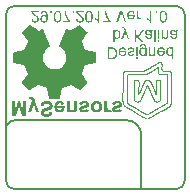
<source format=gbo>
G04 Layer_Color=32896*
%FSLAX44Y44*%
%MOMM*%
G71*
G01*
G75*
%ADD16C,0.2000*%
%ADD20C,0.1000*%
G36*
X35950Y75406D02*
X36487Y75351D01*
X36968Y75277D01*
X37172Y75240D01*
X37376Y75184D01*
X37542Y75147D01*
X37691Y75110D01*
X37820Y75073D01*
X37931Y75036D01*
X38024Y74999D01*
X38079Y74980D01*
X38116Y74962D01*
X38135D01*
X38542Y74758D01*
X38876Y74536D01*
X39190Y74314D01*
X39431Y74073D01*
X39616Y73869D01*
X39764Y73684D01*
X39839Y73573D01*
X39876Y73555D01*
Y73536D01*
X40079Y73166D01*
X40246Y72814D01*
X40357Y72462D01*
X40431Y72129D01*
X40468Y71870D01*
X40487Y71740D01*
X40505Y71647D01*
Y71573D01*
Y71518D01*
Y71481D01*
Y71462D01*
X40487Y71018D01*
X40431Y70629D01*
X40338Y70277D01*
X40246Y69981D01*
X40153Y69740D01*
X40061Y69573D01*
X40005Y69462D01*
X39987Y69425D01*
X39783Y69129D01*
X39542Y68870D01*
X39302Y68648D01*
X39079Y68463D01*
X38876Y68314D01*
X38709Y68203D01*
X38598Y68129D01*
X38579Y68111D01*
X38561D01*
X38376Y68018D01*
X38191Y67926D01*
X37746Y67759D01*
X37283Y67611D01*
X36839Y67463D01*
X36635Y67407D01*
X36431Y67351D01*
X36246Y67296D01*
X36098Y67259D01*
X35968Y67222D01*
X35876Y67203D01*
X35802Y67185D01*
X35783D01*
X35450Y67092D01*
X35154Y67018D01*
X34876Y66944D01*
X34617Y66870D01*
X34413Y66796D01*
X34209Y66722D01*
X34043Y66648D01*
X33895Y66592D01*
X33765Y66537D01*
X33672Y66481D01*
X33580Y66444D01*
X33524Y66407D01*
X33432Y66352D01*
X33413Y66333D01*
X33284Y66203D01*
X33191Y66074D01*
X33135Y65944D01*
X33098Y65815D01*
X33061Y65722D01*
X33043Y65629D01*
Y65574D01*
Y65555D01*
X33061Y65370D01*
X33098Y65222D01*
X33173Y65074D01*
X33247Y64963D01*
X33321Y64870D01*
X33395Y64815D01*
X33432Y64778D01*
X33450Y64759D01*
X33709Y64592D01*
X33987Y64481D01*
X34283Y64389D01*
X34561Y64333D01*
X34802Y64296D01*
X35006Y64278D01*
X35191D01*
X35580Y64296D01*
X35913Y64352D01*
X36191Y64426D01*
X36413Y64500D01*
X36598Y64574D01*
X36728Y64648D01*
X36802Y64704D01*
X36820Y64722D01*
X37005Y64907D01*
X37172Y65129D01*
X37302Y65352D01*
X37394Y65592D01*
X37468Y65796D01*
X37505Y65963D01*
X37542Y66092D01*
Y66111D01*
Y66129D01*
X40135Y66037D01*
X40116Y65704D01*
X40061Y65407D01*
X39987Y65111D01*
X39894Y64852D01*
X39801Y64592D01*
X39690Y64352D01*
X39579Y64148D01*
X39468Y63944D01*
X39339Y63778D01*
X39227Y63630D01*
X39116Y63500D01*
X39024Y63389D01*
X38950Y63315D01*
X38894Y63259D01*
X38857Y63222D01*
X38839Y63204D01*
X38598Y63019D01*
X38339Y62852D01*
X38061Y62704D01*
X37765Y62574D01*
X37468Y62482D01*
X37172Y62389D01*
X36580Y62259D01*
X36302Y62222D01*
X36061Y62185D01*
X35820Y62167D01*
X35617Y62148D01*
X35450Y62130D01*
X35228D01*
X34691Y62148D01*
X34209Y62204D01*
X33784Y62278D01*
X33413Y62352D01*
X33247Y62407D01*
X33098Y62445D01*
X32987Y62482D01*
X32876Y62519D01*
X32802Y62556D01*
X32747Y62574D01*
X32710Y62593D01*
X32691D01*
X32321Y62778D01*
X32006Y62982D01*
X31728Y63204D01*
X31506Y63407D01*
X31321Y63593D01*
X31210Y63741D01*
X31117Y63852D01*
X31099Y63870D01*
Y63889D01*
X30914Y64204D01*
X30784Y64537D01*
X30691Y64852D01*
X30636Y65129D01*
X30599Y65370D01*
X30562Y65555D01*
Y65629D01*
Y65685D01*
Y65704D01*
Y65722D01*
X30580Y66000D01*
X30617Y66277D01*
X30673Y66518D01*
X30747Y66759D01*
X30932Y67203D01*
X31154Y67592D01*
X31247Y67759D01*
X31358Y67888D01*
X31451Y68018D01*
X31543Y68129D01*
X31617Y68203D01*
X31673Y68259D01*
X31710Y68296D01*
X31728Y68314D01*
X31895Y68444D01*
X32099Y68574D01*
X32302Y68703D01*
X32543Y68814D01*
X33006Y69036D01*
X33487Y69222D01*
X33728Y69296D01*
X33932Y69370D01*
X34135Y69425D01*
X34302Y69481D01*
X34432Y69518D01*
X34543Y69555D01*
X34617Y69573D01*
X34635D01*
X34932Y69647D01*
X35191Y69722D01*
X35431Y69777D01*
X35654Y69833D01*
X35839Y69888D01*
X36005Y69925D01*
X36154Y69981D01*
X36283Y70018D01*
X36394Y70036D01*
X36487Y70073D01*
X36617Y70111D01*
X36691Y70148D01*
X36709D01*
X36950Y70240D01*
X37135Y70333D01*
X37302Y70425D01*
X37431Y70518D01*
X37524Y70592D01*
X37580Y70647D01*
X37617Y70684D01*
X37635Y70703D01*
X37728Y70833D01*
X37802Y70962D01*
X37839Y71092D01*
X37876Y71203D01*
X37894Y71314D01*
X37913Y71407D01*
Y71462D01*
Y71481D01*
X37894Y71740D01*
X37820Y71962D01*
X37709Y72184D01*
X37598Y72369D01*
X37468Y72518D01*
X37376Y72629D01*
X37302Y72703D01*
X37265Y72721D01*
X37005Y72888D01*
X36709Y73018D01*
X36394Y73110D01*
X36098Y73166D01*
X35820Y73203D01*
X35598Y73240D01*
X35394D01*
X34969Y73221D01*
X34598Y73147D01*
X34283Y73055D01*
X34006Y72944D01*
X33784Y72832D01*
X33635Y72740D01*
X33543Y72666D01*
X33506Y72647D01*
X33265Y72388D01*
X33080Y72110D01*
X32913Y71796D01*
X32802Y71481D01*
X32710Y71203D01*
X32636Y70981D01*
X32617Y70907D01*
Y70833D01*
X32599Y70796D01*
Y70777D01*
X30080Y71018D01*
X30136Y71407D01*
X30210Y71777D01*
X30321Y72129D01*
X30413Y72443D01*
X30543Y72740D01*
X30673Y73018D01*
X30802Y73258D01*
X30932Y73481D01*
X31062Y73666D01*
X31191Y73832D01*
X31302Y73980D01*
X31413Y74110D01*
X31488Y74203D01*
X31562Y74258D01*
X31599Y74295D01*
X31617Y74314D01*
X31876Y74517D01*
X32154Y74684D01*
X32450Y74832D01*
X32765Y74962D01*
X33061Y75054D01*
X33376Y75147D01*
X33987Y75277D01*
X34265Y75332D01*
X34524Y75369D01*
X34746Y75388D01*
X34950Y75406D01*
X35117Y75425D01*
X35357D01*
X35950Y75406D01*
D02*
G37*
G36*
X18174Y62371D02*
X14286D01*
X12008Y71129D01*
X9712Y62371D01*
X5842D01*
Y75184D01*
X8231D01*
Y65111D01*
X10749Y75184D01*
X13249D01*
X15767Y65111D01*
X15785Y75184D01*
X18174D01*
Y62371D01*
D02*
G37*
G36*
X67539Y75369D02*
X67891Y75351D01*
X68224Y75295D01*
X68539Y75240D01*
X68817Y75184D01*
X69076Y75091D01*
X69317Y75017D01*
X69521Y74925D01*
X69706Y74851D01*
X69872Y74758D01*
X70002Y74684D01*
X70113Y74629D01*
X70206Y74554D01*
X70261Y74517D01*
X70298Y74499D01*
X70317Y74480D01*
X70502Y74295D01*
X70669Y74110D01*
X70817Y73925D01*
X70946Y73740D01*
X71039Y73555D01*
X71132Y73369D01*
X71261Y73036D01*
X71335Y72721D01*
X71354Y72592D01*
X71372Y72499D01*
X71391Y72407D01*
Y72332D01*
Y72295D01*
Y72277D01*
X71354Y71870D01*
X71261Y71499D01*
X71150Y71184D01*
X71002Y70925D01*
X70854Y70722D01*
X70743Y70573D01*
X70650Y70499D01*
X70613Y70462D01*
X70446Y70351D01*
X70280Y70222D01*
X70076Y70129D01*
X69854Y70018D01*
X69409Y69833D01*
X68947Y69666D01*
X68539Y69536D01*
X68354Y69499D01*
X68187Y69444D01*
X68058Y69407D01*
X67965Y69388D01*
X67891Y69370D01*
X67873D01*
X67521Y69277D01*
X67206Y69203D01*
X66928Y69129D01*
X66687Y69055D01*
X66465Y69000D01*
X66280Y68944D01*
X66132Y68888D01*
X65984Y68851D01*
X65873Y68796D01*
X65780Y68759D01*
X65706Y68740D01*
X65669Y68703D01*
X65595Y68685D01*
X65577Y68666D01*
X65503Y68592D01*
X65447Y68518D01*
X65373Y68370D01*
X65336Y68259D01*
Y68240D01*
Y68222D01*
X65354Y68111D01*
X65373Y68018D01*
X65484Y67851D01*
X65577Y67759D01*
X65595Y67722D01*
X65614D01*
X65799Y67629D01*
X66002Y67555D01*
X66225Y67518D01*
X66465Y67481D01*
X66669Y67463D01*
X66836Y67444D01*
X67002D01*
X67280Y67463D01*
X67521Y67481D01*
X67724Y67537D01*
X67891Y67592D01*
X68021Y67648D01*
X68113Y67685D01*
X68169Y67722D01*
X68187Y67740D01*
X68335Y67851D01*
X68447Y67981D01*
X68558Y68111D01*
X68632Y68259D01*
X68687Y68370D01*
X68724Y68463D01*
X68761Y68537D01*
Y68555D01*
X71076Y68129D01*
X70928Y67703D01*
X70724Y67333D01*
X70521Y67018D01*
X70298Y66778D01*
X70113Y66574D01*
X69946Y66426D01*
X69835Y66352D01*
X69817Y66315D01*
X69798D01*
X69613Y66203D01*
X69409Y66111D01*
X68965Y65944D01*
X68502Y65833D01*
X68039Y65759D01*
X67817Y65740D01*
X67613Y65722D01*
X67428Y65704D01*
X67280Y65685D01*
X66595D01*
X66262Y65722D01*
X65947Y65759D01*
X65651Y65815D01*
X65391Y65870D01*
X65151Y65944D01*
X64928Y66018D01*
X64725Y66092D01*
X64558Y66185D01*
X64410Y66259D01*
X64280Y66333D01*
X64188Y66389D01*
X64095Y66444D01*
X64040Y66481D01*
X64021Y66500D01*
X64003Y66518D01*
X63836Y66666D01*
X63688Y66833D01*
X63558Y67000D01*
X63466Y67185D01*
X63281Y67518D01*
X63169Y67833D01*
X63114Y68111D01*
X63095Y68240D01*
X63077Y68333D01*
X63058Y68425D01*
Y68481D01*
Y68518D01*
Y68537D01*
X63077Y68777D01*
X63114Y69000D01*
X63151Y69222D01*
X63225Y69425D01*
X63410Y69777D01*
X63614Y70073D01*
X63799Y70314D01*
X63984Y70481D01*
X64058Y70555D01*
X64095Y70592D01*
X64132Y70610D01*
X64151Y70629D01*
X64317Y70722D01*
X64540Y70833D01*
X64799Y70944D01*
X65077Y71036D01*
X65373Y71147D01*
X65688Y71240D01*
X66336Y71425D01*
X66651Y71518D01*
X66947Y71592D01*
X67206Y71666D01*
X67447Y71721D01*
X67650Y71758D01*
X67799Y71796D01*
X67891Y71832D01*
X67928D01*
X68150Y71888D01*
X68317Y71944D01*
X68465Y71999D01*
X68576Y72036D01*
X68650Y72092D01*
X68706Y72110D01*
X68743Y72147D01*
X68854Y72295D01*
X68910Y72443D01*
X68928Y72555D01*
Y72592D01*
Y72610D01*
X68910Y72758D01*
X68872Y72888D01*
X68817Y72999D01*
X68761Y73092D01*
X68706Y73166D01*
X68650Y73221D01*
X68613Y73258D01*
X68595Y73277D01*
X68391Y73388D01*
X68169Y73462D01*
X67928Y73536D01*
X67706Y73573D01*
X67502Y73592D01*
X67317Y73610D01*
X67169D01*
X66854Y73592D01*
X66595Y73555D01*
X66354Y73499D01*
X66169Y73425D01*
X66021Y73369D01*
X65910Y73314D01*
X65836Y73277D01*
X65817Y73258D01*
X65651Y73110D01*
X65521Y72925D01*
X65410Y72758D01*
X65317Y72573D01*
X65262Y72407D01*
X65225Y72277D01*
X65188Y72203D01*
Y72166D01*
X62725Y72536D01*
X62892Y72999D01*
X63095Y73425D01*
X63317Y73777D01*
X63558Y74073D01*
X63780Y74314D01*
X63984Y74480D01*
X64040Y74554D01*
X64095Y74591D01*
X64132Y74610D01*
X64151Y74629D01*
X64373Y74758D01*
X64595Y74888D01*
X65095Y75073D01*
X65595Y75202D01*
X66076Y75295D01*
X66299Y75332D01*
X66502Y75351D01*
X66687Y75369D01*
X66854D01*
X66984Y75388D01*
X67169D01*
X67539Y75369D01*
D02*
G37*
G36*
X39748Y150271D02*
X38380D01*
Y151638D01*
X39748D01*
Y150271D01*
D02*
G37*
G36*
X58708D02*
X57341D01*
Y151638D01*
X58708D01*
Y150271D01*
D02*
G37*
G36*
X129221D02*
X127854D01*
Y151638D01*
X129221D01*
Y150271D01*
D02*
G37*
G36*
X78168Y75369D02*
X78520Y75332D01*
X78871Y75258D01*
X79186Y75166D01*
X79501Y75073D01*
X79779Y74962D01*
X80038Y74832D01*
X80279Y74703D01*
X80482Y74573D01*
X80668Y74443D01*
X80834Y74332D01*
X80964Y74240D01*
X81075Y74147D01*
X81149Y74073D01*
X81186Y74036D01*
X81205Y74018D01*
X81445Y73740D01*
X81649Y73462D01*
X81834Y73184D01*
X82001Y72888D01*
X82130Y72592D01*
X82241Y72295D01*
X82334Y72018D01*
X82408Y71740D01*
X82464Y71499D01*
X82501Y71259D01*
X82538Y71055D01*
X82556Y70870D01*
X82575Y70722D01*
Y70610D01*
Y70536D01*
Y70518D01*
X82556Y70129D01*
X82519Y69759D01*
X82445Y69425D01*
X82371Y69092D01*
X82260Y68796D01*
X82149Y68499D01*
X82019Y68240D01*
X81908Y68000D01*
X81779Y67796D01*
X81649Y67592D01*
X81538Y67444D01*
X81427Y67296D01*
X81353Y67203D01*
X81279Y67111D01*
X81242Y67074D01*
X81223Y67055D01*
X80964Y66814D01*
X80686Y66611D01*
X80408Y66426D01*
X80112Y66259D01*
X79816Y66129D01*
X79538Y66018D01*
X79260Y65926D01*
X78983Y65852D01*
X78742Y65796D01*
X78501Y65759D01*
X78298Y65722D01*
X78112Y65704D01*
X77964Y65685D01*
X77761D01*
X77260Y65704D01*
X76798Y65778D01*
X76372Y65870D01*
X76001Y65981D01*
X75853Y66055D01*
X75705Y66111D01*
X75575Y66148D01*
X75483Y66203D01*
X75390Y66241D01*
X75335Y66277D01*
X75298Y66296D01*
X75279D01*
X74890Y66555D01*
X74557Y66833D01*
X74261Y67129D01*
X74020Y67407D01*
X73835Y67666D01*
X73687Y67870D01*
X73631Y67944D01*
X73613Y68000D01*
X73576Y68037D01*
Y68055D01*
X73372Y68481D01*
X73242Y68907D01*
X73131Y69296D01*
X73057Y69647D01*
X73020Y69962D01*
X73002Y70092D01*
Y70203D01*
X72983Y70277D01*
Y70351D01*
Y70388D01*
Y70407D01*
X73002Y70981D01*
X73076Y71518D01*
X73168Y71981D01*
X73224Y72184D01*
X73280Y72369D01*
X73335Y72536D01*
X73391Y72684D01*
X73446Y72814D01*
X73483Y72925D01*
X73520Y73018D01*
X73557Y73073D01*
X73576Y73110D01*
Y73129D01*
X73835Y73517D01*
X74113Y73851D01*
X74409Y74147D01*
X74687Y74388D01*
X74946Y74573D01*
X75150Y74703D01*
X75224Y74758D01*
X75279Y74795D01*
X75316Y74814D01*
X75335D01*
X75779Y74999D01*
X76205Y75147D01*
X76612Y75240D01*
X77001Y75314D01*
X77316Y75351D01*
X77446Y75369D01*
X77557D01*
X77649Y75388D01*
X77779D01*
X78168Y75369D01*
D02*
G37*
G36*
X61095Y69425D02*
Y69036D01*
X61077Y68722D01*
X61059Y68425D01*
X61021Y68203D01*
X61003Y68018D01*
X60966Y67888D01*
X60947Y67796D01*
Y67777D01*
X60892Y67555D01*
X60818Y67370D01*
X60744Y67185D01*
X60651Y67037D01*
X60577Y66907D01*
X60521Y66814D01*
X60484Y66759D01*
X60466Y66740D01*
X60318Y66574D01*
X60151Y66426D01*
X59984Y66296D01*
X59818Y66185D01*
X59670Y66092D01*
X59540Y66037D01*
X59466Y66000D01*
X59429Y65981D01*
X59170Y65889D01*
X58911Y65815D01*
X58670Y65759D01*
X58448Y65722D01*
X58244Y65704D01*
X58077Y65685D01*
X57948D01*
X57614Y65704D01*
X57281Y65759D01*
X56985Y65833D01*
X56689Y65926D01*
X56411Y66055D01*
X56170Y66185D01*
X55929Y66333D01*
X55726Y66463D01*
X55541Y66611D01*
X55374Y66759D01*
X55226Y66889D01*
X55115Y67018D01*
X55022Y67111D01*
X54948Y67185D01*
X54911Y67240D01*
X54893Y67259D01*
Y65889D01*
X52615D01*
Y75184D01*
X55078D01*
Y70999D01*
Y70722D01*
Y70462D01*
X55096Y70222D01*
X55115Y70018D01*
Y69814D01*
X55133Y69647D01*
X55152Y69481D01*
X55170Y69351D01*
X55207Y69129D01*
X55226Y68981D01*
X55263Y68888D01*
Y68870D01*
X55337Y68666D01*
X55448Y68463D01*
X55559Y68314D01*
X55670Y68166D01*
X55781Y68074D01*
X55874Y67981D01*
X55929Y67944D01*
X55948Y67926D01*
X56152Y67814D01*
X56355Y67722D01*
X56540Y67666D01*
X56726Y67611D01*
X56874Y67592D01*
X56985Y67574D01*
X57096D01*
X57281Y67592D01*
X57448Y67611D01*
X57577Y67648D01*
X57707Y67703D01*
X57818Y67759D01*
X57892Y67796D01*
X57929Y67814D01*
X57948Y67833D01*
X58077Y67926D01*
X58170Y68037D01*
X58337Y68259D01*
X58392Y68370D01*
X58429Y68444D01*
X58466Y68499D01*
Y68518D01*
X58503Y68611D01*
X58522Y68722D01*
X58559Y69000D01*
X58596Y69333D01*
X58614Y69647D01*
X58633Y69962D01*
Y70092D01*
Y70222D01*
Y70314D01*
Y70388D01*
Y70444D01*
Y70462D01*
Y75184D01*
X61095D01*
Y69425D01*
D02*
G37*
G36*
X47004Y75351D02*
X47504Y75277D01*
X47930Y75166D01*
X48301Y75036D01*
X48467Y74962D01*
X48597Y74906D01*
X48726Y74851D01*
X48819Y74795D01*
X48893Y74740D01*
X48967Y74721D01*
X48986Y74684D01*
X49004D01*
X49356Y74388D01*
X49671Y74073D01*
X49930Y73721D01*
X50134Y73388D01*
X50300Y73092D01*
X50356Y72962D01*
X50412Y72851D01*
X50448Y72758D01*
X50486Y72684D01*
X50504Y72647D01*
Y72629D01*
X48060Y72221D01*
X47967Y72462D01*
X47875Y72684D01*
X47782Y72851D01*
X47671Y72999D01*
X47597Y73110D01*
X47523Y73184D01*
X47467Y73221D01*
X47449Y73240D01*
X47301Y73351D01*
X47134Y73425D01*
X46967Y73481D01*
X46819Y73517D01*
X46690Y73536D01*
X46578Y73555D01*
X46486D01*
X46190Y73536D01*
X45912Y73462D01*
X45653Y73369D01*
X45449Y73258D01*
X45282Y73147D01*
X45171Y73055D01*
X45079Y72980D01*
X45060Y72962D01*
X44875Y72721D01*
X44745Y72443D01*
X44634Y72147D01*
X44560Y71888D01*
X44523Y71629D01*
X44505Y71444D01*
X44486Y71370D01*
Y71314D01*
Y71277D01*
Y71259D01*
X50634D01*
Y70740D01*
X50597Y70277D01*
X50541Y69833D01*
X50467Y69425D01*
X50374Y69036D01*
X50282Y68703D01*
X50171Y68388D01*
X50060Y68111D01*
X49949Y67870D01*
X49837Y67648D01*
X49745Y67481D01*
X49652Y67333D01*
X49578Y67222D01*
X49523Y67129D01*
X49486Y67092D01*
X49467Y67074D01*
X49245Y66833D01*
X48986Y66611D01*
X48726Y66426D01*
X48467Y66277D01*
X48190Y66129D01*
X47912Y66018D01*
X47653Y65926D01*
X47393Y65852D01*
X47153Y65796D01*
X46930Y65759D01*
X46727Y65722D01*
X46560Y65704D01*
X46412Y65685D01*
X46208D01*
X45875Y65704D01*
X45560Y65740D01*
X45245Y65815D01*
X44968Y65889D01*
X44690Y65981D01*
X44449Y66092D01*
X44208Y66222D01*
X44005Y66333D01*
X43819Y66463D01*
X43653Y66592D01*
X43505Y66703D01*
X43394Y66796D01*
X43301Y66870D01*
X43227Y66944D01*
X43190Y66981D01*
X43172Y67000D01*
X42968Y67259D01*
X42783Y67537D01*
X42616Y67814D01*
X42468Y68111D01*
X42357Y68425D01*
X42264Y68722D01*
X42116Y69296D01*
X42060Y69573D01*
X42023Y69814D01*
X42005Y70036D01*
X41986Y70222D01*
X41968Y70388D01*
Y70518D01*
Y70592D01*
Y70610D01*
X41986Y70962D01*
X42005Y71314D01*
X42060Y71629D01*
X42116Y71925D01*
X42172Y72221D01*
X42264Y72481D01*
X42338Y72721D01*
X42431Y72944D01*
X42505Y73147D01*
X42597Y73314D01*
X42671Y73462D01*
X42727Y73592D01*
X42801Y73684D01*
X42838Y73758D01*
X42857Y73795D01*
X42875Y73814D01*
X43116Y74092D01*
X43357Y74332D01*
X43634Y74536D01*
X43931Y74721D01*
X44227Y74869D01*
X44523Y74999D01*
X44819Y75110D01*
X45116Y75184D01*
X45375Y75258D01*
X45634Y75295D01*
X45875Y75332D01*
X46079Y75369D01*
X46245D01*
X46356Y75388D01*
X46467D01*
X47004Y75351D01*
D02*
G37*
G36*
X90956Y120732D02*
X91252Y120718D01*
X91520Y120690D01*
X91746Y120662D01*
X91943Y120634D01*
X92084Y120620D01*
X92126Y120605D01*
X92169Y120591D01*
X92197D01*
X92451Y120521D01*
X92676Y120436D01*
X92874Y120366D01*
X93043Y120281D01*
X93184Y120211D01*
X93282Y120154D01*
X93339Y120112D01*
X93367Y120098D01*
X93550Y119971D01*
X93705Y119816D01*
X93860Y119675D01*
X93987Y119534D01*
X94100Y119407D01*
X94185Y119309D01*
X94241Y119238D01*
X94255Y119210D01*
X94396Y118984D01*
X94537Y118745D01*
X94650Y118519D01*
X94734Y118294D01*
X94819Y118096D01*
X94875Y117941D01*
X94889Y117885D01*
X94903Y117843D01*
X94918Y117814D01*
Y117800D01*
X95002Y117462D01*
X95073Y117123D01*
X95115Y116799D01*
X95157Y116489D01*
X95171Y116221D01*
Y116109D01*
X95185Y116010D01*
Y115939D01*
Y115869D01*
Y115841D01*
Y115827D01*
X95171Y115347D01*
X95129Y114910D01*
X95059Y114516D01*
X95030Y114332D01*
X94988Y114177D01*
X94946Y114022D01*
X94918Y113895D01*
X94889Y113783D01*
X94847Y113684D01*
X94833Y113599D01*
X94805Y113543D01*
X94791Y113515D01*
Y113501D01*
X94636Y113134D01*
X94452Y112810D01*
X94255Y112528D01*
X94072Y112288D01*
X93903Y112091D01*
X93762Y111950D01*
X93705Y111908D01*
X93663Y111865D01*
X93649Y111851D01*
X93635Y111837D01*
X93409Y111654D01*
X93170Y111513D01*
X92930Y111386D01*
X92704Y111287D01*
X92507Y111217D01*
X92352Y111175D01*
X92296Y111146D01*
X92253D01*
X92225Y111132D01*
X92211D01*
X91971Y111090D01*
X91689Y111048D01*
X91407Y111019D01*
X91125Y111005D01*
X90872Y110991D01*
X87122D01*
Y120746D01*
X90632D01*
X90956Y120732D01*
D02*
G37*
G36*
X86852Y72332D02*
Y71907D01*
Y71518D01*
X86871Y71166D01*
X86889Y70851D01*
Y70555D01*
X86908Y70314D01*
X86926Y70073D01*
X86945Y69888D01*
X86963Y69722D01*
X86982Y69573D01*
X87000Y69462D01*
Y69370D01*
X87019Y69314D01*
X87037Y69259D01*
Y69222D01*
X87111Y68962D01*
X87204Y68740D01*
X87296Y68555D01*
X87389Y68425D01*
X87463Y68314D01*
X87537Y68240D01*
X87574Y68203D01*
X87593Y68185D01*
X87741Y68092D01*
X87889Y68018D01*
X88037Y67962D01*
X88167Y67926D01*
X88278Y67907D01*
X88389Y67888D01*
X88463D01*
X88667Y67907D01*
X88870Y67944D01*
X89056Y68018D01*
X89241Y68092D01*
X89389Y68166D01*
X89500Y68240D01*
X89593Y68277D01*
X89611Y68296D01*
X90389Y66166D01*
X90092Y66000D01*
X89815Y65889D01*
X89537Y65796D01*
X89278Y65740D01*
X89074Y65704D01*
X88907Y65685D01*
X88759D01*
X88537Y65704D01*
X88352Y65722D01*
X88167Y65778D01*
X88019Y65833D01*
X87889Y65889D01*
X87778Y65926D01*
X87722Y65963D01*
X87704Y65981D01*
X87519Y66111D01*
X87352Y66296D01*
X87167Y66500D01*
X87019Y66703D01*
X86871Y66907D01*
X86760Y67074D01*
X86685Y67185D01*
X86667Y67203D01*
Y65889D01*
X84389D01*
Y75184D01*
X86852D01*
Y72332D01*
D02*
G37*
G36*
X95407Y75369D02*
X95759Y75351D01*
X96092Y75295D01*
X96407Y75240D01*
X96684Y75184D01*
X96944Y75091D01*
X97184Y75017D01*
X97388Y74925D01*
X97573Y74851D01*
X97740Y74758D01*
X97870Y74684D01*
X97981Y74629D01*
X98073Y74554D01*
X98129Y74517D01*
X98166Y74499D01*
X98184Y74480D01*
X98370Y74295D01*
X98536Y74110D01*
X98684Y73925D01*
X98814Y73740D01*
X98906Y73555D01*
X98999Y73369D01*
X99129Y73036D01*
X99203Y72721D01*
X99221Y72592D01*
X99240Y72499D01*
X99258Y72407D01*
Y72332D01*
Y72295D01*
Y72277D01*
X99221Y71870D01*
X99129Y71499D01*
X99017Y71184D01*
X98869Y70925D01*
X98721Y70722D01*
X98610Y70573D01*
X98518Y70499D01*
X98481Y70462D01*
X98314Y70351D01*
X98147Y70222D01*
X97944Y70129D01*
X97721Y70018D01*
X97277Y69833D01*
X96814Y69666D01*
X96407Y69536D01*
X96222Y69499D01*
X96055Y69444D01*
X95925Y69407D01*
X95833Y69388D01*
X95759Y69370D01*
X95740D01*
X95388Y69277D01*
X95073Y69203D01*
X94796Y69129D01*
X94555Y69055D01*
X94333Y69000D01*
X94148Y68944D01*
X94000Y68888D01*
X93851Y68851D01*
X93740Y68796D01*
X93648Y68759D01*
X93574Y68740D01*
X93537Y68703D01*
X93463Y68685D01*
X93444Y68666D01*
X93370Y68592D01*
X93314Y68518D01*
X93240Y68370D01*
X93203Y68259D01*
Y68240D01*
Y68222D01*
X93222Y68111D01*
X93240Y68018D01*
X93351Y67851D01*
X93444Y67759D01*
X93463Y67722D01*
X93481D01*
X93666Y67629D01*
X93870Y67555D01*
X94092Y67518D01*
X94333Y67481D01*
X94537Y67463D01*
X94703Y67444D01*
X94870D01*
X95148Y67463D01*
X95388Y67481D01*
X95592Y67537D01*
X95759Y67592D01*
X95888Y67648D01*
X95981Y67685D01*
X96036Y67722D01*
X96055Y67740D01*
X96203Y67851D01*
X96314Y67981D01*
X96425Y68111D01*
X96499Y68259D01*
X96555Y68370D01*
X96592Y68463D01*
X96629Y68537D01*
Y68555D01*
X98944Y68129D01*
X98795Y67703D01*
X98592Y67333D01*
X98388Y67018D01*
X98166Y66778D01*
X97981Y66574D01*
X97814Y66426D01*
X97703Y66352D01*
X97684Y66315D01*
X97666D01*
X97481Y66203D01*
X97277Y66111D01*
X96833Y65944D01*
X96370Y65833D01*
X95907Y65759D01*
X95684Y65740D01*
X95481Y65722D01*
X95296Y65704D01*
X95148Y65685D01*
X94462D01*
X94129Y65722D01*
X93814Y65759D01*
X93518Y65815D01*
X93259Y65870D01*
X93018Y65944D01*
X92796Y66018D01*
X92592Y66092D01*
X92426Y66185D01*
X92277Y66259D01*
X92148Y66333D01*
X92055Y66389D01*
X91963Y66444D01*
X91907Y66481D01*
X91889Y66500D01*
X91870Y66518D01*
X91704Y66666D01*
X91555Y66833D01*
X91426Y67000D01*
X91333Y67185D01*
X91148Y67518D01*
X91037Y67833D01*
X90981Y68111D01*
X90963Y68240D01*
X90944Y68333D01*
X90926Y68425D01*
Y68481D01*
Y68518D01*
Y68537D01*
X90944Y68777D01*
X90981Y69000D01*
X91018Y69222D01*
X91092Y69425D01*
X91278Y69777D01*
X91481Y70073D01*
X91666Y70314D01*
X91852Y70481D01*
X91926Y70555D01*
X91963Y70592D01*
X92000Y70610D01*
X92018Y70629D01*
X92185Y70722D01*
X92407Y70833D01*
X92666Y70944D01*
X92944Y71036D01*
X93240Y71147D01*
X93555Y71240D01*
X94203Y71425D01*
X94518Y71518D01*
X94814Y71592D01*
X95073Y71666D01*
X95314Y71721D01*
X95518Y71758D01*
X95666Y71796D01*
X95759Y71832D01*
X95796D01*
X96018Y71888D01*
X96185Y71944D01*
X96333Y71999D01*
X96444Y72036D01*
X96518Y72092D01*
X96573Y72110D01*
X96610Y72147D01*
X96721Y72295D01*
X96777Y72443D01*
X96796Y72555D01*
Y72592D01*
Y72610D01*
X96777Y72758D01*
X96740Y72888D01*
X96684Y72999D01*
X96629Y73092D01*
X96573Y73166D01*
X96518Y73221D01*
X96481Y73258D01*
X96462Y73277D01*
X96259Y73388D01*
X96036Y73462D01*
X95796Y73536D01*
X95573Y73573D01*
X95370Y73592D01*
X95185Y73610D01*
X95036D01*
X94722Y73592D01*
X94462Y73555D01*
X94222Y73499D01*
X94037Y73425D01*
X93888Y73369D01*
X93777Y73314D01*
X93703Y73277D01*
X93685Y73258D01*
X93518Y73110D01*
X93389Y72925D01*
X93277Y72758D01*
X93185Y72573D01*
X93129Y72407D01*
X93092Y72277D01*
X93055Y72203D01*
Y72166D01*
X90592Y72536D01*
X90759Y72999D01*
X90963Y73425D01*
X91185Y73777D01*
X91426Y74073D01*
X91648Y74314D01*
X91852Y74480D01*
X91907Y74554D01*
X91963Y74591D01*
X92000Y74610D01*
X92018Y74629D01*
X92240Y74758D01*
X92463Y74888D01*
X92963Y75073D01*
X93463Y75202D01*
X93944Y75295D01*
X94166Y75332D01*
X94370Y75351D01*
X94555Y75369D01*
X94722D01*
X94851Y75388D01*
X95036D01*
X95407Y75369D01*
D02*
G37*
G36*
X22303Y78943D02*
X22507Y78906D01*
X22692Y78869D01*
X22859Y78850D01*
X22970Y78813D01*
X23044Y78795D01*
X23062D01*
X23266Y78739D01*
X23451Y78665D01*
X23599Y78591D01*
X23729Y78535D01*
X23840Y78480D01*
X23914Y78424D01*
X23970Y78406D01*
X23988Y78387D01*
X24266Y78165D01*
X24470Y77943D01*
X24544Y77832D01*
X24599Y77758D01*
X24636Y77702D01*
X24655Y77684D01*
X24766Y77499D01*
X24877Y77313D01*
X24988Y77110D01*
X25081Y76906D01*
X25155Y76721D01*
X25229Y76573D01*
X25266Y76480D01*
X25284Y76443D01*
X25877Y74851D01*
X29154Y65889D01*
X26618D01*
X24433Y72499D01*
X22229Y65889D01*
X19618D01*
X23136Y75202D01*
X23044Y75480D01*
X22951Y75721D01*
X22840Y75943D01*
X22748Y76128D01*
X22655Y76276D01*
X22581Y76388D01*
X22525Y76462D01*
X22507Y76480D01*
X22340Y76647D01*
X22137Y76776D01*
X21933Y76869D01*
X21729Y76925D01*
X21544Y76962D01*
X21396Y76999D01*
X21248D01*
X20896Y76980D01*
X20711Y76962D01*
X20563Y76925D01*
X20415Y76906D01*
X20303Y76887D01*
X20229Y76869D01*
X20211D01*
X20433Y78795D01*
X20933Y78887D01*
X21155Y78924D01*
X21377Y78943D01*
X21544D01*
X21692Y78961D01*
X22062D01*
X22303Y78943D01*
D02*
G37*
G36*
X103001Y141883D02*
X101690D01*
X99040Y148974D01*
X98927Y149270D01*
X98828Y149552D01*
X98744Y149819D01*
X98673Y150059D01*
X98603Y150271D01*
X98560Y150426D01*
X98546Y150482D01*
X98532Y150524D01*
X98518Y150553D01*
Y150567D01*
X98349Y150003D01*
X98264Y149735D01*
X98180Y149495D01*
X98109Y149284D01*
X98081Y149199D01*
X98067Y149115D01*
X98039Y149058D01*
X98025Y149016D01*
X98011Y148988D01*
Y148974D01*
X95473Y141883D01*
X94063D01*
X97841Y151638D01*
X99195D01*
X103001Y141883D01*
D02*
G37*
G36*
X51801Y151102D02*
X51871Y150609D01*
X51942Y150158D01*
X51984Y149946D01*
X52026Y149749D01*
X52054Y149580D01*
X52097Y149425D01*
X52125Y149284D01*
X52153Y149171D01*
X52181Y149086D01*
X52195Y149016D01*
X52209Y148974D01*
Y148960D01*
X52421Y148311D01*
X52646Y147705D01*
X52759Y147409D01*
X52872Y147127D01*
X52999Y146873D01*
X53112Y146620D01*
X53210Y146394D01*
X53309Y146197D01*
X53394Y146027D01*
X53464Y145872D01*
X53535Y145745D01*
X53577Y145661D01*
X53605Y145604D01*
X53619Y145590D01*
X53788Y145294D01*
X53958Y144998D01*
X54127Y144731D01*
X54296Y144477D01*
X54451Y144251D01*
X54606Y144026D01*
X54761Y143828D01*
X54888Y143659D01*
X55015Y143490D01*
X55128Y143349D01*
X55240Y143236D01*
X55325Y143138D01*
X55381Y143053D01*
X55438Y142997D01*
X55466Y142968D01*
X55480Y142954D01*
Y142010D01*
X49165D01*
Y143166D01*
X53943D01*
X53605Y143574D01*
X53281Y144011D01*
X52999Y144434D01*
X52731Y144843D01*
X52618Y145027D01*
X52520Y145196D01*
X52421Y145351D01*
X52350Y145478D01*
X52294Y145590D01*
X52252Y145661D01*
X52224Y145717D01*
X52209Y145731D01*
X51927Y146295D01*
X51674Y146859D01*
X51462Y147395D01*
X51378Y147634D01*
X51293Y147874D01*
X51209Y148086D01*
X51152Y148283D01*
X51096Y148452D01*
X51054Y148593D01*
X51011Y148720D01*
X50983Y148805D01*
X50969Y148861D01*
Y148875D01*
X50828Y149453D01*
X50772Y149735D01*
X50729Y149989D01*
X50687Y150228D01*
X50645Y150468D01*
X50616Y150665D01*
X50588Y150863D01*
X50574Y151032D01*
X50560Y151187D01*
X50546Y151328D01*
Y151441D01*
X50532Y151525D01*
Y151582D01*
Y151624D01*
Y151638D01*
X51758D01*
X51801Y151102D01*
D02*
G37*
G36*
X85929D02*
X86000Y150609D01*
X86070Y150158D01*
X86113Y149946D01*
X86155Y149749D01*
X86183Y149580D01*
X86226Y149425D01*
X86254Y149284D01*
X86282Y149171D01*
X86310Y149086D01*
X86324Y149016D01*
X86338Y148974D01*
Y148960D01*
X86550Y148311D01*
X86775Y147705D01*
X86888Y147409D01*
X87001Y147127D01*
X87128Y146873D01*
X87240Y146620D01*
X87339Y146394D01*
X87438Y146197D01*
X87522Y146027D01*
X87593Y145872D01*
X87663Y145745D01*
X87706Y145661D01*
X87734Y145604D01*
X87748Y145590D01*
X87917Y145294D01*
X88086Y144998D01*
X88256Y144731D01*
X88425Y144477D01*
X88580Y144251D01*
X88735Y144026D01*
X88890Y143828D01*
X89017Y143659D01*
X89144Y143490D01*
X89256Y143349D01*
X89369Y143236D01*
X89454Y143138D01*
X89510Y143053D01*
X89566Y142997D01*
X89595Y142968D01*
X89609Y142954D01*
Y142010D01*
X83293D01*
Y143166D01*
X88072D01*
X87734Y143574D01*
X87410Y144011D01*
X87128Y144434D01*
X86860Y144843D01*
X86747Y145027D01*
X86648Y145196D01*
X86550Y145351D01*
X86479Y145478D01*
X86423Y145590D01*
X86381Y145661D01*
X86352Y145717D01*
X86338Y145731D01*
X86056Y146295D01*
X85803Y146859D01*
X85591Y147395D01*
X85507Y147634D01*
X85422Y147874D01*
X85337Y148086D01*
X85281Y148283D01*
X85225Y148452D01*
X85182Y148593D01*
X85140Y148720D01*
X85112Y148805D01*
X85098Y148861D01*
Y148875D01*
X84957Y149453D01*
X84900Y149735D01*
X84858Y149989D01*
X84816Y150228D01*
X84774Y150468D01*
X84745Y150665D01*
X84717Y150863D01*
X84703Y151032D01*
X84689Y151187D01*
X84675Y151328D01*
Y151441D01*
X84661Y151525D01*
Y151582D01*
Y151624D01*
Y151638D01*
X85887D01*
X85929Y151102D01*
D02*
G37*
G36*
X45062Y151779D02*
X45415Y151723D01*
X45711Y151624D01*
X45964Y151525D01*
X46176Y151426D01*
X46246Y151370D01*
X46317Y151328D01*
X46373Y151300D01*
X46416Y151271D01*
X46430Y151243D01*
X46444D01*
X46698Y151004D01*
X46909Y150750D01*
X47092Y150468D01*
X47233Y150214D01*
X47346Y149975D01*
X47402Y149876D01*
X47431Y149777D01*
X47459Y149707D01*
X47487Y149650D01*
X47501Y149622D01*
Y149608D01*
X47572Y149397D01*
X47628Y149185D01*
X47712Y148734D01*
X47783Y148269D01*
X47825Y147818D01*
X47839Y147620D01*
X47853Y147437D01*
Y147268D01*
X47868Y147113D01*
Y147000D01*
Y146901D01*
Y146845D01*
Y146831D01*
Y146563D01*
X47853Y146309D01*
Y146084D01*
X47839Y145858D01*
X47811Y145661D01*
X47797Y145463D01*
X47783Y145294D01*
X47755Y145139D01*
X47741Y144998D01*
X47712Y144871D01*
X47698Y144773D01*
X47684Y144688D01*
X47670Y144618D01*
X47656Y144575D01*
X47642Y144547D01*
Y144533D01*
X47557Y144223D01*
X47459Y143941D01*
X47346Y143701D01*
X47261Y143490D01*
X47163Y143307D01*
X47106Y143180D01*
X47050Y143109D01*
X47036Y143081D01*
X46881Y142870D01*
X46726Y142686D01*
X46557Y142531D01*
X46402Y142390D01*
X46260Y142292D01*
X46148Y142221D01*
X46077Y142179D01*
X46063Y142165D01*
X46049D01*
X45823Y142052D01*
X45584Y141982D01*
X45358Y141925D01*
X45147Y141883D01*
X44964Y141855D01*
X44809Y141841D01*
X44682D01*
X44301Y141869D01*
X43949Y141925D01*
X43653Y142024D01*
X43399Y142122D01*
X43187Y142235D01*
X43103Y142278D01*
X43032Y142334D01*
X42976Y142362D01*
X42934Y142390D01*
X42920Y142419D01*
X42905D01*
X42652Y142644D01*
X42440Y142912D01*
X42257Y143180D01*
X42116Y143434D01*
X42003Y143673D01*
X41947Y143772D01*
X41919Y143871D01*
X41890Y143941D01*
X41862Y143997D01*
X41848Y144026D01*
Y144040D01*
X41792Y144251D01*
X41735Y144463D01*
X41651Y144928D01*
X41580Y145393D01*
X41538Y145830D01*
X41524Y146041D01*
X41510Y146225D01*
Y146394D01*
X41496Y146549D01*
Y146662D01*
Y146760D01*
Y146817D01*
Y146831D01*
X41510Y147324D01*
X41538Y147789D01*
X41580Y148212D01*
X41651Y148607D01*
X41721Y148974D01*
X41806Y149298D01*
X41890Y149594D01*
X41975Y149848D01*
X42060Y150073D01*
X42158Y150271D01*
X42229Y150440D01*
X42299Y150567D01*
X42370Y150679D01*
X42412Y150750D01*
X42440Y150792D01*
X42454Y150806D01*
X42609Y150975D01*
X42779Y151131D01*
X42962Y151271D01*
X43145Y151384D01*
X43328Y151483D01*
X43512Y151567D01*
X43695Y151624D01*
X43864Y151680D01*
X44033Y151723D01*
X44188Y151751D01*
X44329Y151779D01*
X44442Y151793D01*
X44541Y151807D01*
X44682D01*
X45062Y151779D01*
D02*
G37*
G36*
X71607D02*
X71959Y151723D01*
X72255Y151624D01*
X72509Y151525D01*
X72721Y151426D01*
X72791Y151370D01*
X72862Y151328D01*
X72918Y151300D01*
X72960Y151271D01*
X72974Y151243D01*
X72988D01*
X73242Y151004D01*
X73454Y150750D01*
X73637Y150468D01*
X73778Y150214D01*
X73891Y149975D01*
X73947Y149876D01*
X73975Y149777D01*
X74003Y149707D01*
X74032Y149650D01*
X74046Y149622D01*
Y149608D01*
X74116Y149397D01*
X74173Y149185D01*
X74257Y148734D01*
X74328Y148269D01*
X74370Y147818D01*
X74384Y147620D01*
X74398Y147437D01*
Y147268D01*
X74412Y147113D01*
Y147000D01*
Y146901D01*
Y146845D01*
Y146831D01*
Y146563D01*
X74398Y146309D01*
Y146084D01*
X74384Y145858D01*
X74356Y145661D01*
X74342Y145463D01*
X74328Y145294D01*
X74299Y145139D01*
X74285Y144998D01*
X74257Y144871D01*
X74243Y144773D01*
X74229Y144688D01*
X74215Y144618D01*
X74201Y144575D01*
X74187Y144547D01*
Y144533D01*
X74102Y144223D01*
X74003Y143941D01*
X73891Y143701D01*
X73806Y143490D01*
X73707Y143307D01*
X73651Y143180D01*
X73595Y143109D01*
X73580Y143081D01*
X73425Y142870D01*
X73270Y142686D01*
X73101Y142531D01*
X72946Y142390D01*
X72805Y142292D01*
X72692Y142221D01*
X72622Y142179D01*
X72608Y142165D01*
X72594D01*
X72368Y142052D01*
X72129Y141982D01*
X71903Y141925D01*
X71691Y141883D01*
X71508Y141855D01*
X71353Y141841D01*
X71226D01*
X70846Y141869D01*
X70493Y141925D01*
X70197Y142024D01*
X69943Y142122D01*
X69732Y142235D01*
X69647Y142278D01*
X69577Y142334D01*
X69521Y142362D01*
X69478Y142390D01*
X69464Y142419D01*
X69450D01*
X69196Y142644D01*
X68985Y142912D01*
X68802Y143180D01*
X68661Y143434D01*
X68548Y143673D01*
X68492Y143772D01*
X68463Y143871D01*
X68435Y143941D01*
X68407Y143997D01*
X68393Y144026D01*
Y144040D01*
X68336Y144251D01*
X68280Y144463D01*
X68195Y144928D01*
X68125Y145393D01*
X68083Y145830D01*
X68069Y146041D01*
X68054Y146225D01*
Y146394D01*
X68040Y146549D01*
Y146662D01*
Y146760D01*
Y146817D01*
Y146831D01*
X68054Y147324D01*
X68083Y147789D01*
X68125Y148212D01*
X68195Y148607D01*
X68266Y148974D01*
X68351Y149298D01*
X68435Y149594D01*
X68520Y149848D01*
X68604Y150073D01*
X68703Y150271D01*
X68773Y150440D01*
X68844Y150567D01*
X68914Y150679D01*
X68957Y150750D01*
X68985Y150792D01*
X68999Y150806D01*
X69154Y150975D01*
X69323Y151131D01*
X69507Y151271D01*
X69690Y151384D01*
X69873Y151483D01*
X70056Y151567D01*
X70240Y151624D01*
X70409Y151680D01*
X70578Y151723D01*
X70733Y151751D01*
X70874Y151779D01*
X70987Y151793D01*
X71085Y151807D01*
X71226D01*
X71607Y151779D01*
D02*
G37*
G36*
X134536D02*
X134888Y151723D01*
X135184Y151624D01*
X135438Y151525D01*
X135650Y151426D01*
X135720Y151370D01*
X135791Y151328D01*
X135847Y151300D01*
X135889Y151271D01*
X135903Y151243D01*
X135917D01*
X136171Y151004D01*
X136383Y150750D01*
X136566Y150468D01*
X136707Y150214D01*
X136820Y149975D01*
X136876Y149876D01*
X136904Y149777D01*
X136932Y149707D01*
X136961Y149650D01*
X136975Y149622D01*
Y149608D01*
X137045Y149397D01*
X137102Y149185D01*
X137186Y148734D01*
X137257Y148269D01*
X137299Y147818D01*
X137313Y147620D01*
X137327Y147437D01*
Y147268D01*
X137341Y147113D01*
Y147000D01*
Y146901D01*
Y146845D01*
Y146831D01*
Y146563D01*
X137327Y146309D01*
Y146084D01*
X137313Y145858D01*
X137285Y145661D01*
X137271Y145463D01*
X137257Y145294D01*
X137228Y145139D01*
X137214Y144998D01*
X137186Y144871D01*
X137172Y144773D01*
X137158Y144688D01*
X137144Y144618D01*
X137130Y144575D01*
X137116Y144547D01*
Y144533D01*
X137031Y144223D01*
X136932Y143941D01*
X136820Y143701D01*
X136735Y143490D01*
X136636Y143307D01*
X136580Y143180D01*
X136524Y143109D01*
X136510Y143081D01*
X136354Y142870D01*
X136199Y142686D01*
X136030Y142531D01*
X135875Y142390D01*
X135734Y142292D01*
X135621Y142221D01*
X135551Y142179D01*
X135537Y142165D01*
X135523D01*
X135297Y142052D01*
X135057Y141982D01*
X134832Y141925D01*
X134621Y141883D01*
X134437Y141855D01*
X134282Y141841D01*
X134155D01*
X133775Y141869D01*
X133422Y141925D01*
X133126Y142024D01*
X132872Y142122D01*
X132661Y142235D01*
X132576Y142278D01*
X132506Y142334D01*
X132450Y142362D01*
X132407Y142390D01*
X132393Y142419D01*
X132379D01*
X132125Y142644D01*
X131914Y142912D01*
X131731Y143180D01*
X131590Y143434D01*
X131477Y143673D01*
X131420Y143772D01*
X131392Y143871D01*
X131364Y143941D01*
X131336Y143997D01*
X131322Y144026D01*
Y144040D01*
X131265Y144251D01*
X131209Y144463D01*
X131124Y144928D01*
X131054Y145393D01*
X131012Y145830D01*
X130998Y146041D01*
X130983Y146225D01*
Y146394D01*
X130969Y146549D01*
Y146662D01*
Y146760D01*
Y146817D01*
Y146831D01*
X130983Y147324D01*
X131012Y147789D01*
X131054Y148212D01*
X131124Y148607D01*
X131195Y148974D01*
X131279Y149298D01*
X131364Y149594D01*
X131449Y149848D01*
X131533Y150073D01*
X131632Y150271D01*
X131702Y150440D01*
X131773Y150567D01*
X131843Y150679D01*
X131886Y150750D01*
X131914Y150792D01*
X131928Y150806D01*
X132083Y150975D01*
X132252Y151131D01*
X132436Y151271D01*
X132619Y151384D01*
X132802Y151483D01*
X132985Y151567D01*
X133168Y151624D01*
X133338Y151680D01*
X133507Y151723D01*
X133662Y151751D01*
X133803Y151779D01*
X133916Y151793D01*
X134014Y151807D01*
X134155D01*
X134536Y151779D01*
D02*
G37*
G36*
X28837Y150482D02*
X24030D01*
X24199Y150242D01*
X24283Y150144D01*
X24354Y150045D01*
X24424Y149960D01*
X24481Y149904D01*
X24523Y149862D01*
X24537Y149848D01*
X24608Y149777D01*
X24692Y149707D01*
X24890Y149523D01*
X25115Y149312D01*
X25355Y149101D01*
X25580Y148917D01*
X25679Y148833D01*
X25763Y148748D01*
X25834Y148692D01*
X25890Y148649D01*
X25919Y148621D01*
X25933Y148607D01*
X26158Y148410D01*
X26384Y148226D01*
X26581Y148043D01*
X26764Y147888D01*
X26934Y147733D01*
X27074Y147592D01*
X27215Y147465D01*
X27328Y147353D01*
X27441Y147240D01*
X27526Y147155D01*
X27596Y147085D01*
X27667Y147014D01*
X27737Y146930D01*
X27765Y146901D01*
X27963Y146662D01*
X28132Y146450D01*
X28273Y146239D01*
X28386Y146070D01*
X28470Y145915D01*
X28526Y145802D01*
X28555Y145731D01*
X28569Y145703D01*
X28653Y145492D01*
X28710Y145280D01*
X28766Y145083D01*
X28794Y144914D01*
X28808Y144759D01*
X28823Y144646D01*
Y144575D01*
Y144547D01*
X28808Y144336D01*
X28780Y144138D01*
X28752Y143941D01*
X28696Y143772D01*
X28555Y143434D01*
X28414Y143166D01*
X28329Y143039D01*
X28259Y142940D01*
X28188Y142842D01*
X28118Y142771D01*
X28061Y142715D01*
X28033Y142658D01*
X28005Y142644D01*
X27991Y142630D01*
X27836Y142489D01*
X27667Y142362D01*
X27483Y142263D01*
X27300Y142179D01*
X26934Y142038D01*
X26567Y141939D01*
X26412Y141911D01*
X26257Y141883D01*
X26116Y141869D01*
X26003Y141855D01*
X25904Y141841D01*
X25763D01*
X25510Y141855D01*
X25270Y141869D01*
X25045Y141911D01*
X24833Y141953D01*
X24636Y142010D01*
X24453Y142066D01*
X24283Y142137D01*
X24128Y142207D01*
X23987Y142278D01*
X23874Y142348D01*
X23776Y142404D01*
X23691Y142461D01*
X23621Y142503D01*
X23578Y142545D01*
X23550Y142559D01*
X23536Y142574D01*
X23395Y142715D01*
X23268Y142870D01*
X23141Y143039D01*
X23043Y143208D01*
X22874Y143546D01*
X22761Y143885D01*
X22719Y144040D01*
X22676Y144195D01*
X22648Y144322D01*
X22620Y144434D01*
X22606Y144533D01*
Y144604D01*
X22592Y144646D01*
Y144660D01*
X23818Y144787D01*
X23846Y144463D01*
X23903Y144181D01*
X23987Y143927D01*
X24086Y143730D01*
X24170Y143560D01*
X24255Y143448D01*
X24311Y143377D01*
X24340Y143349D01*
X24551Y143180D01*
X24777Y143053D01*
X25016Y142954D01*
X25228Y142898D01*
X25425Y142856D01*
X25594Y142842D01*
X25651Y142827D01*
X25735D01*
X26031Y142842D01*
X26299Y142898D01*
X26525Y142982D01*
X26722Y143067D01*
X26877Y143166D01*
X26976Y143236D01*
X27046Y143293D01*
X27074Y143321D01*
X27244Y143518D01*
X27371Y143715D01*
X27469Y143913D01*
X27526Y144110D01*
X27568Y144265D01*
X27582Y144406D01*
X27596Y144491D01*
Y144505D01*
Y144519D01*
X27568Y144773D01*
X27511Y145041D01*
X27413Y145280D01*
X27314Y145506D01*
X27201Y145689D01*
X27103Y145844D01*
X27074Y145900D01*
X27046Y145943D01*
X27018Y145957D01*
Y145971D01*
X26905Y146126D01*
X26764Y146281D01*
X26609Y146450D01*
X26440Y146620D01*
X26088Y146958D01*
X25735Y147296D01*
X25552Y147451D01*
X25397Y147592D01*
X25242Y147719D01*
X25115Y147832D01*
X25016Y147916D01*
X24932Y147987D01*
X24875Y148029D01*
X24861Y148043D01*
X24509Y148339D01*
X24185Y148621D01*
X23917Y148875D01*
X23705Y149086D01*
X23522Y149270D01*
X23395Y149397D01*
X23325Y149481D01*
X23296Y149495D01*
Y149509D01*
X23099Y149749D01*
X22944Y149975D01*
X22803Y150200D01*
X22690Y150398D01*
X22606Y150567D01*
X22549Y150694D01*
X22521Y150778D01*
X22507Y150792D01*
Y150806D01*
X22451Y150961D01*
X22422Y151102D01*
X22394Y151243D01*
X22380Y151370D01*
X22366Y151483D01*
Y151567D01*
Y151624D01*
Y151638D01*
X28837D01*
Y150482D01*
D02*
G37*
G36*
X112784Y147945D02*
X112798Y147663D01*
X112812Y147409D01*
X112841Y147169D01*
X112883Y146958D01*
X112925Y146789D01*
X112953Y146662D01*
X112968Y146577D01*
X112982Y146549D01*
X113038Y146394D01*
X113109Y146267D01*
X113179Y146154D01*
X113250Y146056D01*
X113320Y145985D01*
X113362Y145929D01*
X113405Y145900D01*
X113419Y145886D01*
X113531Y145802D01*
X113658Y145745D01*
X113785Y145703D01*
X113884Y145675D01*
X113982Y145661D01*
X114053Y145647D01*
X114123D01*
X114278Y145661D01*
X114434Y145689D01*
X114589Y145731D01*
X114715Y145774D01*
X114828Y145816D01*
X114913Y145858D01*
X114969Y145886D01*
X114983Y145900D01*
X115420Y144801D01*
X115181Y144674D01*
X114955Y144575D01*
X114758Y144505D01*
X114575Y144448D01*
X114419Y144420D01*
X114293Y144406D01*
X114194D01*
X114039Y144420D01*
X113898Y144448D01*
X113757Y144491D01*
X113644Y144533D01*
X113560Y144575D01*
X113475Y144618D01*
X113433Y144646D01*
X113419Y144660D01*
X113292Y144773D01*
X113165Y144914D01*
X113038Y145083D01*
X112925Y145238D01*
X112812Y145393D01*
X112742Y145520D01*
X112686Y145619D01*
X112671Y145633D01*
Y144561D01*
X111586D01*
Y151638D01*
X112784D01*
Y147945D01*
D02*
G37*
G36*
X33432Y151779D02*
X33785Y151723D01*
X34109Y151624D01*
X34377Y151511D01*
X34490Y151469D01*
X34602Y151412D01*
X34687Y151356D01*
X34771Y151314D01*
X34828Y151286D01*
X34870Y151257D01*
X34898Y151229D01*
X34912D01*
X35194Y150990D01*
X35448Y150722D01*
X35645Y150440D01*
X35815Y150172D01*
X35956Y149932D01*
X36012Y149819D01*
X36054Y149735D01*
X36082Y149650D01*
X36111Y149594D01*
X36125Y149566D01*
Y149552D01*
X36195Y149340D01*
X36266Y149101D01*
X36364Y148621D01*
X36435Y148114D01*
X36477Y147634D01*
X36505Y147423D01*
X36519Y147212D01*
Y147028D01*
X36534Y146873D01*
Y146746D01*
Y146648D01*
Y146577D01*
Y146563D01*
Y146239D01*
X36519Y145929D01*
X36491Y145647D01*
X36463Y145379D01*
X36435Y145139D01*
X36407Y144914D01*
X36364Y144702D01*
X36322Y144519D01*
X36280Y144364D01*
X36252Y144223D01*
X36209Y144096D01*
X36181Y143997D01*
X36153Y143927D01*
X36125Y143871D01*
X36111Y143842D01*
Y143828D01*
X35942Y143490D01*
X35758Y143194D01*
X35547Y142940D01*
X35364Y142729D01*
X35180Y142574D01*
X35039Y142461D01*
X34983Y142419D01*
X34941Y142390D01*
X34927Y142362D01*
X34912D01*
X34616Y142193D01*
X34320Y142066D01*
X34024Y141967D01*
X33756Y141911D01*
X33517Y141869D01*
X33418Y141855D01*
X33348D01*
X33277Y141841D01*
X33179D01*
X32939Y141855D01*
X32713Y141883D01*
X32488Y141925D01*
X32290Y141982D01*
X31910Y142137D01*
X31741Y142207D01*
X31600Y142292D01*
X31459Y142390D01*
X31346Y142461D01*
X31233Y142545D01*
X31149Y142616D01*
X31078Y142672D01*
X31036Y142715D01*
X31008Y142743D01*
X30993Y142757D01*
X30838Y142926D01*
X30712Y143123D01*
X30585Y143307D01*
X30486Y143504D01*
X30401Y143715D01*
X30331Y143913D01*
X30232Y144279D01*
X30190Y144463D01*
X30162Y144618D01*
X30148Y144773D01*
X30134Y144900D01*
X30119Y144998D01*
Y145069D01*
Y145125D01*
Y145139D01*
X30134Y145407D01*
X30162Y145647D01*
X30190Y145886D01*
X30246Y146112D01*
X30317Y146309D01*
X30387Y146507D01*
X30458Y146676D01*
X30542Y146831D01*
X30613Y146972D01*
X30683Y147099D01*
X30754Y147197D01*
X30824Y147296D01*
X30881Y147367D01*
X30909Y147409D01*
X30937Y147437D01*
X30951Y147451D01*
X31106Y147606D01*
X31275Y147733D01*
X31445Y147860D01*
X31628Y147959D01*
X31797Y148043D01*
X31966Y148114D01*
X32290Y148212D01*
X32431Y148255D01*
X32572Y148283D01*
X32685Y148297D01*
X32798Y148311D01*
X32882Y148325D01*
X32995D01*
X33263Y148311D01*
X33517Y148269D01*
X33742Y148212D01*
X33954Y148142D01*
X34109Y148086D01*
X34236Y148029D01*
X34320Y147987D01*
X34348Y147973D01*
X34574Y147832D01*
X34771Y147677D01*
X34941Y147522D01*
X35082Y147381D01*
X35180Y147240D01*
X35265Y147141D01*
X35321Y147071D01*
X35335Y147042D01*
Y147155D01*
Y147226D01*
Y147268D01*
Y147282D01*
X35321Y147564D01*
X35307Y147832D01*
X35279Y148071D01*
X35251Y148297D01*
X35208Y148480D01*
X35180Y148621D01*
X35166Y148678D01*
Y148720D01*
X35152Y148734D01*
Y148748D01*
X35082Y149002D01*
X35011Y149227D01*
X34941Y149425D01*
X34870Y149594D01*
X34814Y149721D01*
X34757Y149819D01*
X34729Y149890D01*
X34715Y149904D01*
X34602Y150059D01*
X34490Y150186D01*
X34377Y150299D01*
X34264Y150398D01*
X34179Y150482D01*
X34095Y150538D01*
X34038Y150567D01*
X34024Y150581D01*
X33869Y150665D01*
X33700Y150722D01*
X33545Y150764D01*
X33390Y150792D01*
X33263Y150806D01*
X33164Y150820D01*
X33066D01*
X32840Y150806D01*
X32629Y150764D01*
X32445Y150708D01*
X32290Y150637D01*
X32178Y150581D01*
X32079Y150524D01*
X32023Y150482D01*
X32008Y150468D01*
X31867Y150313D01*
X31755Y150130D01*
X31656Y149932D01*
X31586Y149735D01*
X31529Y149566D01*
X31487Y149411D01*
X31473Y149354D01*
Y149326D01*
X31459Y149298D01*
Y149284D01*
X30303Y149382D01*
X30387Y149791D01*
X30500Y150144D01*
X30641Y150454D01*
X30782Y150708D01*
X30923Y150905D01*
X30993Y150990D01*
X31050Y151060D01*
X31092Y151102D01*
X31134Y151145D01*
X31149Y151159D01*
X31163Y151173D01*
X31304Y151286D01*
X31459Y151384D01*
X31769Y151539D01*
X32079Y151652D01*
X32375Y151723D01*
X32643Y151779D01*
X32756Y151793D01*
X32854D01*
X32925Y151807D01*
X33038D01*
X33432Y151779D01*
D02*
G37*
G36*
X107413Y151765D02*
X107808Y151694D01*
X108160Y151610D01*
X108301Y151553D01*
X108442Y151497D01*
X108569Y151441D01*
X108682Y151384D01*
X108767Y151342D01*
X108851Y151300D01*
X108908Y151257D01*
X108950Y151229D01*
X108978Y151201D01*
X108992D01*
X109274Y150947D01*
X109500Y150679D01*
X109697Y150398D01*
X109838Y150130D01*
X109951Y149890D01*
X109993Y149777D01*
X110035Y149693D01*
X110063Y149608D01*
X110078Y149552D01*
X110092Y149523D01*
Y149509D01*
X108851Y149354D01*
X108738Y149622D01*
X108611Y149848D01*
X108485Y150045D01*
X108372Y150200D01*
X108273Y150313D01*
X108189Y150398D01*
X108118Y150454D01*
X108104Y150468D01*
X107921Y150581D01*
X107738Y150665D01*
X107540Y150722D01*
X107371Y150764D01*
X107216Y150792D01*
X107089Y150806D01*
X106976D01*
X106807Y150792D01*
X106652Y150778D01*
X106370Y150708D01*
X106116Y150609D01*
X105891Y150496D01*
X105722Y150398D01*
X105595Y150299D01*
X105510Y150228D01*
X105496Y150200D01*
X105482D01*
X105285Y149946D01*
X105130Y149664D01*
X105017Y149354D01*
X104932Y149072D01*
X104890Y148819D01*
X104862Y148706D01*
X104848Y148607D01*
Y148523D01*
X104833Y148466D01*
Y148424D01*
Y148410D01*
X110120D01*
X110134Y148269D01*
Y148170D01*
Y148114D01*
Y148100D01*
X110120Y147775D01*
X110092Y147479D01*
X110049Y147197D01*
X109993Y146930D01*
X109923Y146690D01*
X109852Y146464D01*
X109768Y146267D01*
X109683Y146084D01*
X109598Y145915D01*
X109514Y145774D01*
X109443Y145661D01*
X109373Y145562D01*
X109316Y145478D01*
X109274Y145421D01*
X109246Y145393D01*
X109232Y145379D01*
X109063Y145210D01*
X108879Y145055D01*
X108682Y144928D01*
X108485Y144815D01*
X108287Y144716D01*
X108104Y144646D01*
X107907Y144575D01*
X107738Y144533D01*
X107554Y144491D01*
X107399Y144463D01*
X107258Y144434D01*
X107146Y144420D01*
X107047Y144406D01*
X106906D01*
X106638Y144420D01*
X106384Y144448D01*
X106145Y144491D01*
X105919Y144561D01*
X105708Y144632D01*
X105510Y144716D01*
X105327Y144801D01*
X105172Y144900D01*
X105017Y144984D01*
X104890Y145083D01*
X104777Y145168D01*
X104693Y145238D01*
X104622Y145308D01*
X104566Y145351D01*
X104537Y145379D01*
X104523Y145393D01*
X104368Y145590D01*
X104227Y145802D01*
X104101Y146013D01*
X103988Y146239D01*
X103903Y146479D01*
X103833Y146704D01*
X103720Y147155D01*
X103678Y147353D01*
X103649Y147550D01*
X103635Y147719D01*
X103621Y147874D01*
X103607Y148001D01*
Y148086D01*
Y148156D01*
Y148170D01*
X103621Y148480D01*
X103649Y148776D01*
X103692Y149058D01*
X103748Y149312D01*
X103819Y149552D01*
X103889Y149777D01*
X103974Y149975D01*
X104058Y150158D01*
X104143Y150313D01*
X104227Y150454D01*
X104298Y150567D01*
X104368Y150665D01*
X104425Y150750D01*
X104467Y150806D01*
X104495Y150835D01*
X104509Y150849D01*
X104693Y151018D01*
X104876Y151159D01*
X105073Y151286D01*
X105285Y151398D01*
X105482Y151483D01*
X105694Y151567D01*
X106088Y151680D01*
X106271Y151708D01*
X106441Y151737D01*
X106596Y151765D01*
X106722Y151779D01*
X106821Y151793D01*
X106976D01*
X107413Y151765D01*
D02*
G37*
G36*
X66757Y150482D02*
X61950D01*
X62120Y150242D01*
X62204Y150144D01*
X62275Y150045D01*
X62345Y149960D01*
X62402Y149904D01*
X62444Y149862D01*
X62458Y149848D01*
X62528Y149777D01*
X62613Y149707D01*
X62810Y149523D01*
X63036Y149312D01*
X63276Y149101D01*
X63501Y148917D01*
X63600Y148833D01*
X63684Y148748D01*
X63755Y148692D01*
X63811Y148649D01*
X63840Y148621D01*
X63854Y148607D01*
X64079Y148410D01*
X64305Y148226D01*
X64502Y148043D01*
X64685Y147888D01*
X64854Y147733D01*
X64995Y147592D01*
X65136Y147465D01*
X65249Y147353D01*
X65362Y147240D01*
X65447Y147155D01*
X65517Y147085D01*
X65588Y147014D01*
X65658Y146930D01*
X65686Y146901D01*
X65883Y146662D01*
X66053Y146450D01*
X66194Y146239D01*
X66306Y146070D01*
X66391Y145915D01*
X66447Y145802D01*
X66476Y145731D01*
X66490Y145703D01*
X66574Y145492D01*
X66631Y145280D01*
X66687Y145083D01*
X66715Y144914D01*
X66729Y144759D01*
X66743Y144646D01*
Y144575D01*
Y144547D01*
X66729Y144336D01*
X66701Y144138D01*
X66673Y143941D01*
X66617Y143772D01*
X66476Y143434D01*
X66335Y143166D01*
X66250Y143039D01*
X66180Y142940D01*
X66109Y142842D01*
X66039Y142771D01*
X65982Y142715D01*
X65954Y142658D01*
X65926Y142644D01*
X65912Y142630D01*
X65757Y142489D01*
X65588Y142362D01*
X65404Y142263D01*
X65221Y142179D01*
X64854Y142038D01*
X64488Y141939D01*
X64333Y141911D01*
X64178Y141883D01*
X64037Y141869D01*
X63924Y141855D01*
X63825Y141841D01*
X63684D01*
X63431Y141855D01*
X63191Y141869D01*
X62965Y141911D01*
X62754Y141953D01*
X62557Y142010D01*
X62373Y142066D01*
X62204Y142137D01*
X62049Y142207D01*
X61908Y142278D01*
X61795Y142348D01*
X61697Y142404D01*
X61612Y142461D01*
X61542Y142503D01*
X61499Y142545D01*
X61471Y142559D01*
X61457Y142574D01*
X61316Y142715D01*
X61189Y142870D01*
X61062Y143039D01*
X60964Y143208D01*
X60795Y143546D01*
X60682Y143885D01*
X60640Y144040D01*
X60597Y144195D01*
X60569Y144322D01*
X60541Y144434D01*
X60527Y144533D01*
Y144604D01*
X60513Y144646D01*
Y144660D01*
X61739Y144787D01*
X61767Y144463D01*
X61824Y144181D01*
X61908Y143927D01*
X62007Y143730D01*
X62091Y143560D01*
X62176Y143448D01*
X62232Y143377D01*
X62261Y143349D01*
X62472Y143180D01*
X62698Y143053D01*
X62937Y142954D01*
X63149Y142898D01*
X63346Y142856D01*
X63515Y142842D01*
X63572Y142827D01*
X63656D01*
X63952Y142842D01*
X64220Y142898D01*
X64446Y142982D01*
X64643Y143067D01*
X64798Y143166D01*
X64897Y143236D01*
X64967Y143293D01*
X64995Y143321D01*
X65165Y143518D01*
X65292Y143715D01*
X65390Y143913D01*
X65447Y144110D01*
X65489Y144265D01*
X65503Y144406D01*
X65517Y144491D01*
Y144505D01*
Y144519D01*
X65489Y144773D01*
X65432Y145041D01*
X65334Y145280D01*
X65235Y145506D01*
X65122Y145689D01*
X65024Y145844D01*
X64995Y145900D01*
X64967Y145943D01*
X64939Y145957D01*
Y145971D01*
X64826Y146126D01*
X64685Y146281D01*
X64530Y146450D01*
X64361Y146620D01*
X64009Y146958D01*
X63656Y147296D01*
X63473Y147451D01*
X63318Y147592D01*
X63163Y147719D01*
X63036Y147832D01*
X62937Y147916D01*
X62853Y147987D01*
X62796Y148029D01*
X62782Y148043D01*
X62430Y148339D01*
X62105Y148621D01*
X61838Y148875D01*
X61626Y149086D01*
X61443Y149270D01*
X61316Y149397D01*
X61246Y149481D01*
X61217Y149495D01*
Y149509D01*
X61020Y149749D01*
X60865Y149975D01*
X60724Y150200D01*
X60611Y150398D01*
X60527Y150567D01*
X60470Y150694D01*
X60442Y150778D01*
X60428Y150792D01*
Y150806D01*
X60372Y150961D01*
X60343Y151102D01*
X60315Y151243D01*
X60301Y151370D01*
X60287Y151483D01*
Y151567D01*
Y151624D01*
Y151638D01*
X66757D01*
Y150482D01*
D02*
G37*
G36*
X80136Y141841D02*
X79360D01*
X79219Y142080D01*
X79064Y142306D01*
X78881Y142531D01*
X78712Y142729D01*
X78543Y142898D01*
X78416Y143039D01*
X78359Y143081D01*
X78317Y143123D01*
X78303Y143138D01*
X78289Y143152D01*
X77993Y143391D01*
X77697Y143617D01*
X77415Y143814D01*
X77133Y143969D01*
X76893Y144110D01*
X76795Y144167D01*
X76710Y144209D01*
X76639Y144251D01*
X76583Y144265D01*
X76555Y144293D01*
X76541D01*
Y145449D01*
X76752Y145365D01*
X76964Y145266D01*
X77175Y145168D01*
X77373Y145069D01*
X77542Y144984D01*
X77683Y144914D01*
X77767Y144857D01*
X77781Y144843D01*
X77796D01*
X78049Y144688D01*
X78275Y144533D01*
X78472Y144392D01*
X78627Y144265D01*
X78768Y144167D01*
X78853Y144082D01*
X78923Y144026D01*
X78937Y144011D01*
Y151638D01*
X80136D01*
Y141841D01*
D02*
G37*
G36*
X124104D02*
X123329D01*
X123188Y142080D01*
X123033Y142306D01*
X122850Y142531D01*
X122680Y142729D01*
X122511Y142898D01*
X122384Y143039D01*
X122328Y143081D01*
X122286Y143123D01*
X122271Y143138D01*
X122257Y143152D01*
X121961Y143391D01*
X121665Y143617D01*
X121383Y143814D01*
X121102Y143969D01*
X120862Y144110D01*
X120763Y144167D01*
X120679Y144209D01*
X120608Y144251D01*
X120552Y144265D01*
X120524Y144293D01*
X120509D01*
Y145449D01*
X120721Y145365D01*
X120932Y145266D01*
X121144Y145168D01*
X121341Y145069D01*
X121510Y144984D01*
X121651Y144914D01*
X121736Y144857D01*
X121750Y144843D01*
X121764D01*
X122018Y144688D01*
X122243Y144533D01*
X122441Y144392D01*
X122596Y144265D01*
X122737Y144167D01*
X122821Y144082D01*
X122892Y144026D01*
X122906Y144011D01*
Y151638D01*
X124104D01*
Y141841D01*
D02*
G37*
G36*
X130921Y125559D02*
X129723D01*
Y126927D01*
X130921D01*
Y125559D01*
D02*
G37*
G36*
X100317Y138162D02*
X100500Y138134D01*
X100669Y138091D01*
X100810Y138035D01*
X100937Y137979D01*
X101022Y137936D01*
X101078Y137908D01*
X101092Y137894D01*
X101247Y137781D01*
X101374Y137640D01*
X101501Y137499D01*
X101614Y137358D01*
X101698Y137232D01*
X101769Y137133D01*
X101811Y137062D01*
X101825Y137034D01*
X101868Y136936D01*
X101924Y136837D01*
X102037Y136597D01*
X102149Y136329D01*
X102248Y136061D01*
X102347Y135822D01*
X102389Y135709D01*
X102431Y135610D01*
X102459Y135540D01*
X102488Y135484D01*
X102502Y135441D01*
Y135427D01*
X105194Y128238D01*
X103996D01*
X102474Y132368D01*
X102361Y132664D01*
X102276Y132946D01*
X102178Y133228D01*
X102107Y133468D01*
X102051Y133679D01*
X102022Y133764D01*
X102008Y133834D01*
X101994Y133890D01*
X101980Y133933D01*
X101966Y133961D01*
Y133975D01*
X101882Y133651D01*
X101797Y133355D01*
X101712Y133073D01*
X101628Y132833D01*
X101557Y132636D01*
X101529Y132551D01*
X101501Y132481D01*
X101487Y132410D01*
X101473Y132368D01*
X101459Y132354D01*
Y132340D01*
X99979Y128238D01*
X98710D01*
X101388Y135314D01*
X101332Y135441D01*
X101304Y135540D01*
X101275Y135596D01*
Y135610D01*
X101191Y135850D01*
X101106Y136047D01*
X101050Y136216D01*
X100993Y136329D01*
X100965Y136414D01*
X100937Y136470D01*
X100909Y136498D01*
Y136513D01*
X100796Y136668D01*
X100669Y136780D01*
X100613Y136823D01*
X100570Y136851D01*
X100542Y136879D01*
X100528D01*
X100430Y136921D01*
X100331Y136964D01*
X100119Y137006D01*
X100035D01*
X99964Y137020D01*
X99894D01*
X99668Y137006D01*
X99443Y136964D01*
X99358Y136936D01*
X99288Y136921D01*
X99231Y136907D01*
X99217D01*
X99344Y138021D01*
X99499Y138077D01*
X99640Y138105D01*
X99767Y138134D01*
X99880Y138162D01*
X99979D01*
X100049Y138176D01*
X100105D01*
X100317Y138162D01*
D02*
G37*
G36*
X130921Y128238D02*
X129723D01*
Y135314D01*
X130921D01*
Y128238D01*
D02*
G37*
G36*
X132810Y120873D02*
X133205Y120803D01*
X133558Y120718D01*
X133699Y120662D01*
X133840Y120605D01*
X133966Y120549D01*
X134079Y120493D01*
X134164Y120450D01*
X134248Y120408D01*
X134305Y120366D01*
X134347Y120338D01*
X134375Y120309D01*
X134389D01*
X134671Y120056D01*
X134897Y119788D01*
X135094Y119506D01*
X135235Y119238D01*
X135348Y118998D01*
X135390Y118886D01*
X135432Y118801D01*
X135461Y118716D01*
X135475Y118660D01*
X135489Y118632D01*
Y118618D01*
X134248Y118463D01*
X134136Y118731D01*
X134009Y118956D01*
X133882Y119153D01*
X133769Y119309D01*
X133670Y119421D01*
X133586Y119506D01*
X133515Y119562D01*
X133501Y119576D01*
X133318Y119689D01*
X133135Y119774D01*
X132937Y119830D01*
X132768Y119873D01*
X132613Y119901D01*
X132486Y119915D01*
X132373D01*
X132204Y119901D01*
X132049Y119887D01*
X131767Y119816D01*
X131514Y119717D01*
X131288Y119605D01*
X131119Y119506D01*
X130992Y119407D01*
X130907Y119337D01*
X130893Y119309D01*
X130879D01*
X130682Y119055D01*
X130527Y118773D01*
X130414Y118463D01*
X130329Y118181D01*
X130287Y117927D01*
X130259Y117814D01*
X130245Y117716D01*
Y117631D01*
X130231Y117575D01*
Y117532D01*
Y117518D01*
X135517D01*
X135531Y117377D01*
Y117279D01*
Y117222D01*
Y117208D01*
X135517Y116884D01*
X135489Y116588D01*
X135447Y116306D01*
X135390Y116038D01*
X135320Y115798D01*
X135249Y115573D01*
X135165Y115375D01*
X135080Y115192D01*
X134995Y115023D01*
X134911Y114882D01*
X134840Y114769D01*
X134770Y114671D01*
X134713Y114586D01*
X134671Y114530D01*
X134643Y114501D01*
X134629Y114487D01*
X134460Y114318D01*
X134277Y114163D01*
X134079Y114036D01*
X133882Y113924D01*
X133684Y113825D01*
X133501Y113754D01*
X133304Y113684D01*
X133135Y113642D01*
X132951Y113599D01*
X132796Y113571D01*
X132655Y113543D01*
X132542Y113529D01*
X132444Y113515D01*
X132303D01*
X132035Y113529D01*
X131781Y113557D01*
X131542Y113599D01*
X131316Y113670D01*
X131105Y113740D01*
X130907Y113825D01*
X130724Y113909D01*
X130569Y114008D01*
X130414Y114093D01*
X130287Y114191D01*
X130174Y114276D01*
X130090Y114346D01*
X130019Y114417D01*
X129963Y114459D01*
X129935Y114487D01*
X129921Y114501D01*
X129765Y114699D01*
X129625Y114910D01*
X129498Y115122D01*
X129385Y115347D01*
X129300Y115587D01*
X129230Y115813D01*
X129117Y116264D01*
X129075Y116461D01*
X129046Y116658D01*
X129032Y116827D01*
X129018Y116983D01*
X129004Y117109D01*
Y117194D01*
Y117264D01*
Y117279D01*
X129018Y117589D01*
X129046Y117885D01*
X129089Y118167D01*
X129145Y118420D01*
X129216Y118660D01*
X129286Y118886D01*
X129371Y119083D01*
X129455Y119266D01*
X129540Y119421D01*
X129625Y119562D01*
X129695Y119675D01*
X129765Y119774D01*
X129822Y119858D01*
X129864Y119915D01*
X129892Y119943D01*
X129906Y119957D01*
X130090Y120126D01*
X130273Y120267D01*
X130470Y120394D01*
X130682Y120507D01*
X130879Y120591D01*
X131090Y120676D01*
X131485Y120789D01*
X131669Y120817D01*
X131838Y120845D01*
X131993Y120873D01*
X132120Y120887D01*
X132218Y120901D01*
X132373D01*
X132810Y120873D01*
D02*
G37*
G36*
X117191Y123594D02*
X117543Y123538D01*
X117853Y123481D01*
X118107Y123397D01*
X118319Y123326D01*
X118403Y123298D01*
X118474Y123256D01*
X118530Y123242D01*
X118572Y123213D01*
X118587Y123199D01*
X118601D01*
X118854Y123044D01*
X119080Y122861D01*
X119263Y122678D01*
X119418Y122509D01*
X119531Y122353D01*
X119601Y122227D01*
X119658Y122142D01*
X119672Y122128D01*
Y122114D01*
X119728Y121973D01*
X119785Y121818D01*
X119827Y121649D01*
X119869Y121465D01*
X119926Y121071D01*
X119968Y120690D01*
X119982Y120507D01*
X119996Y120338D01*
Y120183D01*
X120010Y120056D01*
Y119943D01*
Y119858D01*
Y119802D01*
Y119788D01*
Y113670D01*
X118911D01*
Y114544D01*
X118756Y114361D01*
X118587Y114206D01*
X118417Y114065D01*
X118248Y113952D01*
X118065Y113853D01*
X117896Y113769D01*
X117727Y113698D01*
X117571Y113642D01*
X117416Y113599D01*
X117275Y113571D01*
X117149Y113543D01*
X117050Y113529D01*
X116965Y113515D01*
X116839D01*
X116500Y113529D01*
X116190Y113585D01*
X115908Y113670D01*
X115668Y113754D01*
X115471Y113839D01*
X115330Y113924D01*
X115274Y113952D01*
X115231Y113980D01*
X115217Y113994D01*
X115203D01*
X114964Y114177D01*
X114752Y114403D01*
X114569Y114614D01*
X114414Y114826D01*
X114301Y115023D01*
X114216Y115178D01*
X114188Y115234D01*
X114160Y115277D01*
X114146Y115305D01*
Y115319D01*
X114019Y115643D01*
X113934Y115968D01*
X113864Y116278D01*
X113822Y116560D01*
X113793Y116813D01*
Y116912D01*
X113779Y117011D01*
Y117081D01*
Y117138D01*
Y117166D01*
Y117180D01*
X113793Y117448D01*
X113808Y117716D01*
X113906Y118195D01*
X113963Y118420D01*
X114033Y118618D01*
X114104Y118815D01*
X114174Y118984D01*
X114245Y119153D01*
X114315Y119295D01*
X114386Y119407D01*
X114442Y119520D01*
X114498Y119591D01*
X114541Y119661D01*
X114555Y119689D01*
X114569Y119703D01*
X114724Y119887D01*
X114893Y120042D01*
X115076Y120183D01*
X115260Y120309D01*
X115457Y120408D01*
X115640Y120493D01*
X115823Y120563D01*
X116007Y120620D01*
X116176Y120662D01*
X116331Y120690D01*
X116472Y120718D01*
X116599Y120732D01*
X116698D01*
X116768Y120746D01*
X116839D01*
X117050Y120732D01*
X117261Y120704D01*
X117459Y120662D01*
X117642Y120605D01*
X117966Y120450D01*
X118262Y120281D01*
X118375Y120197D01*
X118488Y120112D01*
X118587Y120028D01*
X118657Y119957D01*
X118713Y119901D01*
X118756Y119858D01*
X118784Y119830D01*
X118798Y119816D01*
Y120028D01*
Y120211D01*
X118784Y120394D01*
Y120549D01*
Y120690D01*
X118770Y120817D01*
Y120930D01*
X118756Y121028D01*
X118742Y121169D01*
X118728Y121282D01*
X118713Y121339D01*
Y121353D01*
X118643Y121564D01*
X118544Y121747D01*
X118446Y121902D01*
X118347Y122043D01*
X118248Y122142D01*
X118164Y122227D01*
X118107Y122269D01*
X118093Y122283D01*
X117910Y122396D01*
X117698Y122480D01*
X117487Y122537D01*
X117290Y122579D01*
X117092Y122607D01*
X116951Y122621D01*
X116810D01*
X116542Y122607D01*
X116289Y122565D01*
X116077Y122509D01*
X115908Y122438D01*
X115767Y122382D01*
X115668Y122325D01*
X115612Y122283D01*
X115584Y122269D01*
X115471Y122170D01*
X115386Y122043D01*
X115316Y121917D01*
X115260Y121790D01*
X115231Y121663D01*
X115203Y121564D01*
X115189Y121508D01*
Y121480D01*
X114019Y121324D01*
Y121536D01*
X114047Y121719D01*
X114075Y121902D01*
X114118Y122072D01*
X114245Y122368D01*
X114386Y122607D01*
X114527Y122790D01*
X114639Y122917D01*
X114738Y123002D01*
X114752Y123016D01*
X114766Y123030D01*
X115076Y123228D01*
X115415Y123369D01*
X115753Y123467D01*
X116077Y123538D01*
X116232Y123566D01*
X116373Y123580D01*
X116486Y123594D01*
X116599D01*
X116683Y123608D01*
X116810D01*
X117191Y123594D01*
D02*
G37*
G36*
X127862Y125559D02*
X126664D01*
Y135314D01*
X127862D01*
Y125559D01*
D02*
G37*
G36*
X113906Y129520D02*
X117994Y125559D01*
X116232D01*
X111411Y130409D01*
Y125559D01*
X110114D01*
Y135314D01*
X111411D01*
Y131931D01*
X113004Y130394D01*
X116472Y135314D01*
X118178D01*
X113906Y129520D01*
D02*
G37*
G36*
X95087Y135455D02*
X95312Y135427D01*
X95524Y135385D01*
X95721Y135314D01*
X96102Y135159D01*
X96257Y135061D01*
X96412Y134976D01*
X96553Y134877D01*
X96666Y134793D01*
X96764Y134708D01*
X96863Y134638D01*
X96933Y134567D01*
X96976Y134525D01*
X97004Y134497D01*
X97018Y134483D01*
X97173Y134285D01*
X97314Y134074D01*
X97441Y133862D01*
X97540Y133623D01*
X97624Y133397D01*
X97695Y133158D01*
X97808Y132706D01*
X97850Y132495D01*
X97878Y132298D01*
X97892Y132128D01*
X97906Y131973D01*
X97920Y131846D01*
Y131762D01*
Y131691D01*
Y131677D01*
X97906Y131395D01*
X97892Y131128D01*
X97850Y130888D01*
X97808Y130676D01*
X97765Y130493D01*
X97737Y130352D01*
X97723Y130310D01*
X97709Y130268D01*
X97695Y130253D01*
Y130239D01*
X97610Y130000D01*
X97512Y129774D01*
X97413Y129577D01*
X97314Y129408D01*
X97229Y129281D01*
X97159Y129182D01*
X97117Y129112D01*
X97103Y129097D01*
X96962Y128928D01*
X96792Y128773D01*
X96637Y128646D01*
X96482Y128548D01*
X96355Y128463D01*
X96243Y128393D01*
X96172Y128364D01*
X96144Y128350D01*
X95933Y128266D01*
X95707Y128195D01*
X95496Y128153D01*
X95312Y128111D01*
X95157Y128097D01*
X95030Y128083D01*
X94918D01*
X94706Y128097D01*
X94495Y128125D01*
X94297Y128167D01*
X94114Y128238D01*
X93790Y128379D01*
X93508Y128562D01*
X93395Y128646D01*
X93282Y128731D01*
X93198Y128816D01*
X93127Y128886D01*
X93057Y128957D01*
X93014Y128999D01*
X93000Y129027D01*
X92986Y129041D01*
Y125559D01*
X91788D01*
Y135314D01*
X92902D01*
Y134426D01*
X93043Y134609D01*
X93184Y134764D01*
X93339Y134906D01*
X93508Y135032D01*
X93663Y135131D01*
X93832Y135216D01*
X93987Y135286D01*
X94142Y135343D01*
X94424Y135413D01*
X94551Y135441D01*
X94650Y135455D01*
X94734D01*
X94805Y135469D01*
X94861D01*
X95087Y135455D01*
D02*
G37*
G36*
X63858Y139881D02*
X69857Y133830D01*
X69884Y133856D01*
X70026Y133511D01*
X69920Y133254D01*
X65141Y126207D01*
X65133Y126212D01*
X65026Y125955D01*
X65098Y125783D01*
X67998Y118780D01*
X68070Y118607D01*
X68327Y118501D01*
X76689Y116897D01*
X76691Y116906D01*
X76948Y116800D01*
X77091Y116455D01*
X77054Y107934D01*
X77091D01*
X76948Y107590D01*
X76691Y107483D01*
X68329Y105879D01*
X68327Y105888D01*
X68070Y105782D01*
X67998Y105610D01*
X65098Y98607D01*
X65098D01*
X65026Y98434D01*
X65133Y98177D01*
X69912Y91130D01*
X69920Y91135D01*
X70026Y90878D01*
X69884Y90533D01*
X63832Y84534D01*
X63858Y84508D01*
X63514Y84365D01*
X63256Y84472D01*
X56209Y89251D01*
X56214Y89258D01*
X55957Y89365D01*
X55785Y89294D01*
X48782Y86393D01*
X48610Y86322D01*
X48503Y86064D01*
X46899Y77702D01*
X46909Y77700D01*
X46802Y77443D01*
X46458Y77300D01*
X37936Y77337D01*
Y77300D01*
X37592Y77443D01*
X37485Y77700D01*
X35882Y86063D01*
X35891Y86064D01*
X35784Y86322D01*
X35612Y86393D01*
X28609Y89294D01*
X28437Y89365D01*
X28179Y89259D01*
X21132Y84480D01*
X21137Y84472D01*
X20880Y84365D01*
X20536Y84508D01*
X14536Y90560D01*
X14510Y90533D01*
X14368Y90878D01*
X14474Y91135D01*
X19253Y98182D01*
X19261Y98177D01*
X19368Y98434D01*
X19296Y98607D01*
X16395Y105610D01*
X16324Y105782D01*
X16067Y105888D01*
X7704Y107492D01*
X7703Y107483D01*
X7445Y107590D01*
X7303Y107934D01*
X7340Y116455D01*
X7303D01*
X7445Y116800D01*
X7703Y116906D01*
X16065Y118510D01*
X16067Y118501D01*
X16324Y118607D01*
X16395Y118780D01*
X19296Y125783D01*
X19368Y125955D01*
X19261Y126212D01*
X14482Y133259D01*
X14474Y133254D01*
X14368Y133511D01*
X14510Y133856D01*
X20562Y139855D01*
X20536Y139881D01*
X20880Y140024D01*
X21137Y139917D01*
X28185Y135138D01*
X28179Y135131D01*
X28437Y135024D01*
X28609Y135095D01*
X31816Y136424D01*
X31988Y136495D01*
X32332Y136352D01*
X32404Y136178D01*
X38308Y121719D01*
X38379Y121549D01*
X38236Y121204D01*
X38080Y121140D01*
X38077Y121147D01*
X37231Y120796D01*
X35174Y119218D01*
X33595Y117161D01*
X32603Y114765D01*
X32265Y112195D01*
X32603Y109624D01*
X33595Y107228D01*
X35174Y105171D01*
X37231Y103593D01*
X39626Y102601D01*
X42197Y102262D01*
X44768Y102601D01*
X47163Y103593D01*
X49220Y105171D01*
X50799Y107228D01*
X51791Y109624D01*
X52129Y112195D01*
X51791Y114765D01*
X50799Y117161D01*
X49220Y119218D01*
X47163Y120796D01*
X46317Y121147D01*
X46314Y121140D01*
X46158Y121204D01*
X46015Y121549D01*
X46086Y121719D01*
X51989Y136178D01*
X52062Y136352D01*
X52406Y136495D01*
X52578Y136424D01*
X55785Y135095D01*
Y135095D01*
X55957Y135024D01*
X56214Y135131D01*
X63262Y139909D01*
X63256Y139917D01*
X63514Y140024D01*
X63858Y139881D01*
D02*
G37*
G36*
X121364Y135455D02*
X121617Y135427D01*
X121843Y135399D01*
X122040Y135357D01*
X122195Y135314D01*
X122322Y135272D01*
X122407Y135258D01*
X122435Y135244D01*
X122675Y135145D01*
X122900Y135018D01*
X123112Y134877D01*
X123323Y134750D01*
X123492Y134624D01*
X123619Y134525D01*
X123704Y134454D01*
X123718Y134426D01*
X123732D01*
X123760Y134609D01*
X123788Y134779D01*
X123816Y134934D01*
X123859Y135061D01*
X123901Y135173D01*
X123929Y135244D01*
X123943Y135300D01*
X123958Y135314D01*
X125212D01*
X125142Y135159D01*
X125071Y135004D01*
X125015Y134863D01*
X124986Y134736D01*
X124944Y134624D01*
X124930Y134539D01*
X124916Y134483D01*
Y134468D01*
X124902Y134370D01*
X124888Y134243D01*
Y134102D01*
X124874Y133947D01*
X124860Y133595D01*
Y133242D01*
X124846Y132904D01*
Y132749D01*
Y132622D01*
Y132509D01*
Y132424D01*
Y132368D01*
Y132354D01*
Y130747D01*
Y130479D01*
X124831Y130239D01*
X124817Y130056D01*
Y129901D01*
X124803Y129788D01*
X124789Y129704D01*
X124775Y129661D01*
Y129647D01*
X124733Y129464D01*
X124676Y129309D01*
X124620Y129182D01*
X124550Y129055D01*
X124493Y128971D01*
X124451Y128900D01*
X124423Y128858D01*
X124409Y128844D01*
X124296Y128731D01*
X124169Y128618D01*
X124028Y128534D01*
X123887Y128449D01*
X123760Y128393D01*
X123661Y128350D01*
X123591Y128322D01*
X123563Y128308D01*
X123337Y128238D01*
X123097Y128181D01*
X122858Y128139D01*
X122618Y128111D01*
X122407Y128097D01*
X122252Y128083D01*
X122097D01*
X121758Y128097D01*
X121462Y128125D01*
X121180Y128167D01*
X120955Y128209D01*
X120757Y128252D01*
X120617Y128294D01*
X120560Y128308D01*
X120518Y128322D01*
X120504Y128336D01*
X120490D01*
X120250Y128435D01*
X120038Y128562D01*
X119855Y128675D01*
X119700Y128787D01*
X119587Y128900D01*
X119503Y128985D01*
X119446Y129041D01*
X119432Y129055D01*
X119305Y129239D01*
X119193Y129436D01*
X119108Y129633D01*
X119038Y129817D01*
X118981Y130000D01*
X118939Y130127D01*
X118925Y130183D01*
Y130225D01*
X118911Y130239D01*
Y130253D01*
X120081Y130409D01*
X120165Y130155D01*
X120250Y129929D01*
X120349Y129746D01*
X120433Y129605D01*
X120518Y129492D01*
X120588Y129422D01*
X120645Y129380D01*
X120659Y129365D01*
X120828Y129267D01*
X121025Y129196D01*
X121237Y129140D01*
X121434Y129112D01*
X121631Y129083D01*
X121772Y129069D01*
X121913D01*
X122238Y129083D01*
X122520Y129126D01*
X122745Y129196D01*
X122942Y129267D01*
X123083Y129351D01*
X123196Y129408D01*
X123267Y129464D01*
X123281Y129478D01*
X123394Y129605D01*
X123478Y129760D01*
X123549Y129929D01*
X123591Y130098D01*
X123619Y130253D01*
X123633Y130394D01*
Y130479D01*
Y130493D01*
Y130507D01*
Y130535D01*
Y130592D01*
Y130690D01*
X123619Y130775D01*
Y130803D01*
Y130817D01*
X123478Y130860D01*
X123323Y130902D01*
X122999Y130986D01*
X122632Y131057D01*
X122294Y131128D01*
X122125Y131156D01*
X121970Y131170D01*
X121829Y131198D01*
X121716Y131212D01*
X121617Y131226D01*
X121547D01*
X121490Y131240D01*
X121476D01*
X121223Y131269D01*
X121011Y131311D01*
X120828Y131339D01*
X120687Y131367D01*
X120574Y131381D01*
X120490Y131409D01*
X120433Y131424D01*
X120419D01*
X120236Y131480D01*
X120081Y131536D01*
X119926Y131607D01*
X119799Y131663D01*
X119686Y131720D01*
X119616Y131776D01*
X119559Y131804D01*
X119545Y131818D01*
X119404Y131917D01*
X119291Y132030D01*
X119179Y132142D01*
X119094Y132255D01*
X119024Y132354D01*
X118967Y132438D01*
X118939Y132495D01*
X118925Y132509D01*
X118854Y132664D01*
X118798Y132833D01*
X118756Y132988D01*
X118728Y133143D01*
X118713Y133270D01*
X118699Y133369D01*
Y133425D01*
Y133454D01*
X118713Y133623D01*
X118728Y133764D01*
X118798Y134060D01*
X118897Y134299D01*
X119009Y134511D01*
X119122Y134680D01*
X119221Y134807D01*
X119291Y134877D01*
X119319Y134906D01*
X119573Y135089D01*
X119855Y135230D01*
X120165Y135328D01*
X120447Y135399D01*
X120701Y135441D01*
X120814Y135455D01*
X120913D01*
X120997Y135469D01*
X121110D01*
X121364Y135455D01*
D02*
G37*
G36*
X142594D02*
X142847Y135427D01*
X143073Y135399D01*
X143270Y135357D01*
X143425Y135314D01*
X143552Y135272D01*
X143637Y135258D01*
X143665Y135244D01*
X143905Y135145D01*
X144130Y135018D01*
X144342Y134877D01*
X144553Y134750D01*
X144722Y134624D01*
X144849Y134525D01*
X144934Y134454D01*
X144948Y134426D01*
X144962D01*
X144990Y134609D01*
X145018Y134779D01*
X145047Y134934D01*
X145089Y135061D01*
X145131Y135173D01*
X145159Y135244D01*
X145173Y135300D01*
X145188Y135314D01*
X146442D01*
X146372Y135159D01*
X146301Y135004D01*
X146245Y134863D01*
X146217Y134736D01*
X146174Y134624D01*
X146160Y134539D01*
X146146Y134483D01*
Y134468D01*
X146132Y134370D01*
X146118Y134243D01*
Y134102D01*
X146104Y133947D01*
X146090Y133595D01*
Y133242D01*
X146076Y132904D01*
Y132749D01*
Y132622D01*
Y132509D01*
Y132424D01*
Y132368D01*
Y132354D01*
Y130747D01*
Y130479D01*
X146062Y130239D01*
X146047Y130056D01*
Y129901D01*
X146033Y129788D01*
X146019Y129704D01*
X146005Y129661D01*
Y129647D01*
X145963Y129464D01*
X145906Y129309D01*
X145850Y129182D01*
X145780Y129055D01*
X145723Y128971D01*
X145681Y128900D01*
X145653Y128858D01*
X145639Y128844D01*
X145526Y128731D01*
X145399Y128618D01*
X145258Y128534D01*
X145117Y128449D01*
X144990Y128393D01*
X144892Y128350D01*
X144821Y128322D01*
X144793Y128308D01*
X144567Y128238D01*
X144328Y128181D01*
X144088Y128139D01*
X143848Y128111D01*
X143637Y128097D01*
X143482Y128083D01*
X143327D01*
X142988Y128097D01*
X142692Y128125D01*
X142410Y128167D01*
X142185Y128209D01*
X141987Y128252D01*
X141847Y128294D01*
X141790Y128308D01*
X141748Y128322D01*
X141734Y128336D01*
X141720D01*
X141480Y128435D01*
X141269Y128562D01*
X141085Y128675D01*
X140930Y128787D01*
X140817Y128900D01*
X140733Y128985D01*
X140676Y129041D01*
X140662Y129055D01*
X140535Y129239D01*
X140423Y129436D01*
X140338Y129633D01*
X140268Y129817D01*
X140211Y130000D01*
X140169Y130127D01*
X140155Y130183D01*
Y130225D01*
X140141Y130239D01*
Y130253D01*
X141311Y130409D01*
X141396Y130155D01*
X141480Y129929D01*
X141579Y129746D01*
X141663Y129605D01*
X141748Y129492D01*
X141818Y129422D01*
X141875Y129380D01*
X141889Y129365D01*
X142058Y129267D01*
X142255Y129196D01*
X142467Y129140D01*
X142664Y129112D01*
X142861Y129083D01*
X143003Y129069D01*
X143144D01*
X143468Y129083D01*
X143750Y129126D01*
X143975Y129196D01*
X144173Y129267D01*
X144313Y129351D01*
X144426Y129408D01*
X144497Y129464D01*
X144511Y129478D01*
X144624Y129605D01*
X144708Y129760D01*
X144779Y129929D01*
X144821Y130098D01*
X144849Y130253D01*
X144863Y130394D01*
Y130479D01*
Y130493D01*
Y130507D01*
Y130535D01*
Y130592D01*
Y130690D01*
X144849Y130775D01*
Y130803D01*
Y130817D01*
X144708Y130860D01*
X144553Y130902D01*
X144229Y130986D01*
X143862Y131057D01*
X143524Y131128D01*
X143355Y131156D01*
X143200Y131170D01*
X143059Y131198D01*
X142946Y131212D01*
X142847Y131226D01*
X142777D01*
X142721Y131240D01*
X142706D01*
X142453Y131269D01*
X142241Y131311D01*
X142058Y131339D01*
X141917Y131367D01*
X141804Y131381D01*
X141720Y131409D01*
X141663Y131424D01*
X141649D01*
X141466Y131480D01*
X141311Y131536D01*
X141156Y131607D01*
X141029Y131663D01*
X140916Y131720D01*
X140846Y131776D01*
X140789Y131804D01*
X140775Y131818D01*
X140634Y131917D01*
X140521Y132030D01*
X140409Y132142D01*
X140324Y132255D01*
X140254Y132354D01*
X140197Y132438D01*
X140169Y132495D01*
X140155Y132509D01*
X140084Y132664D01*
X140028Y132833D01*
X139986Y132988D01*
X139958Y133143D01*
X139944Y133270D01*
X139929Y133369D01*
Y133425D01*
Y133454D01*
X139944Y133623D01*
X139958Y133764D01*
X140028Y134060D01*
X140127Y134299D01*
X140239Y134511D01*
X140352Y134680D01*
X140451Y134807D01*
X140521Y134877D01*
X140550Y134906D01*
X140803Y135089D01*
X141085Y135230D01*
X141396Y135328D01*
X141677Y135399D01*
X141931Y135441D01*
X142044Y135455D01*
X142143D01*
X142227Y135469D01*
X142340D01*
X142594Y135455D01*
D02*
G37*
G36*
X138491Y130972D02*
Y130676D01*
X138477Y130437D01*
X138463Y130239D01*
Y130070D01*
X138449Y129957D01*
X138435Y129873D01*
X138421Y129817D01*
Y129802D01*
X138379Y129619D01*
X138308Y129450D01*
X138252Y129309D01*
X138195Y129168D01*
X138125Y129069D01*
X138083Y128999D01*
X138055Y128942D01*
X138040Y128928D01*
X137928Y128787D01*
X137801Y128675D01*
X137674Y128562D01*
X137533Y128477D01*
X137420Y128407D01*
X137321Y128364D01*
X137265Y128336D01*
X137237Y128322D01*
X137039Y128238D01*
X136828Y128181D01*
X136631Y128139D01*
X136447Y128111D01*
X136292Y128097D01*
X136180Y128083D01*
X136067D01*
X135799Y128097D01*
X135545Y128139D01*
X135320Y128195D01*
X135094Y128266D01*
X134897Y128350D01*
X134713Y128449D01*
X134544Y128562D01*
X134403Y128660D01*
X134262Y128773D01*
X134150Y128886D01*
X134051Y128985D01*
X133966Y129069D01*
X133910Y129140D01*
X133868Y129196D01*
X133840Y129239D01*
X133825Y129253D01*
Y128238D01*
X132754D01*
Y135314D01*
X133952D01*
Y131466D01*
Y131226D01*
X133980Y130986D01*
X134009Y130789D01*
X134037Y130606D01*
X134079Y130437D01*
X134121Y130282D01*
X134178Y130141D01*
X134234Y130028D01*
X134277Y129929D01*
X134333Y129845D01*
X134375Y129774D01*
X134417Y129718D01*
X134474Y129647D01*
X134502Y129619D01*
X134713Y129450D01*
X134939Y129337D01*
X135165Y129253D01*
X135362Y129182D01*
X135545Y129154D01*
X135686Y129140D01*
X135743Y129126D01*
X135813D01*
X135982Y129140D01*
X136151Y129154D01*
X136292Y129196D01*
X136405Y129239D01*
X136504Y129281D01*
X136588Y129309D01*
X136631Y129337D01*
X136645Y129351D01*
X136772Y129436D01*
X136884Y129535D01*
X136969Y129633D01*
X137039Y129718D01*
X137082Y129802D01*
X137124Y129873D01*
X137152Y129915D01*
Y129929D01*
X137194Y130084D01*
X137237Y130253D01*
X137265Y130437D01*
X137279Y130620D01*
X137293Y130775D01*
Y130902D01*
Y131001D01*
Y131015D01*
Y131029D01*
Y135314D01*
X138491D01*
Y130972D01*
D02*
G37*
G36*
X100204Y120873D02*
X100599Y120803D01*
X100951Y120718D01*
X101092Y120662D01*
X101233Y120605D01*
X101360Y120549D01*
X101473Y120493D01*
X101557Y120450D01*
X101642Y120408D01*
X101698Y120366D01*
X101741Y120338D01*
X101769Y120309D01*
X101783D01*
X102065Y120056D01*
X102290Y119788D01*
X102488Y119506D01*
X102629Y119238D01*
X102741Y118998D01*
X102784Y118886D01*
X102826Y118801D01*
X102854Y118716D01*
X102868Y118660D01*
X102882Y118632D01*
Y118618D01*
X101642Y118463D01*
X101529Y118731D01*
X101402Y118956D01*
X101275Y119153D01*
X101163Y119309D01*
X101064Y119421D01*
X100979Y119506D01*
X100909Y119562D01*
X100895Y119576D01*
X100711Y119689D01*
X100528Y119774D01*
X100331Y119830D01*
X100162Y119873D01*
X100007Y119901D01*
X99880Y119915D01*
X99767D01*
X99598Y119901D01*
X99443Y119887D01*
X99161Y119816D01*
X98907Y119717D01*
X98681Y119605D01*
X98512Y119506D01*
X98385Y119407D01*
X98301Y119337D01*
X98287Y119309D01*
X98273D01*
X98075Y119055D01*
X97920Y118773D01*
X97808Y118463D01*
X97723Y118181D01*
X97681Y117927D01*
X97653Y117814D01*
X97638Y117716D01*
Y117631D01*
X97624Y117575D01*
Y117532D01*
Y117518D01*
X102911D01*
X102925Y117377D01*
Y117279D01*
Y117222D01*
Y117208D01*
X102911Y116884D01*
X102882Y116588D01*
X102840Y116306D01*
X102784Y116038D01*
X102713Y115798D01*
X102643Y115573D01*
X102558Y115375D01*
X102474Y115192D01*
X102389Y115023D01*
X102304Y114882D01*
X102234Y114769D01*
X102163Y114671D01*
X102107Y114586D01*
X102065Y114530D01*
X102037Y114501D01*
X102022Y114487D01*
X101853Y114318D01*
X101670Y114163D01*
X101473Y114036D01*
X101275Y113924D01*
X101078Y113825D01*
X100895Y113754D01*
X100697Y113684D01*
X100528Y113642D01*
X100345Y113599D01*
X100190Y113571D01*
X100049Y113543D01*
X99936Y113529D01*
X99838Y113515D01*
X99697D01*
X99429Y113529D01*
X99175Y113557D01*
X98935Y113599D01*
X98710Y113670D01*
X98498Y113740D01*
X98301Y113825D01*
X98118Y113909D01*
X97963Y114008D01*
X97808Y114093D01*
X97681Y114191D01*
X97568Y114276D01*
X97483Y114346D01*
X97413Y114417D01*
X97356Y114459D01*
X97328Y114487D01*
X97314Y114501D01*
X97159Y114699D01*
X97018Y114910D01*
X96891Y115122D01*
X96778Y115347D01*
X96694Y115587D01*
X96623Y115813D01*
X96511Y116264D01*
X96468Y116461D01*
X96440Y116658D01*
X96426Y116827D01*
X96412Y116983D01*
X96398Y117109D01*
Y117194D01*
Y117264D01*
Y117279D01*
X96412Y117589D01*
X96440Y117885D01*
X96482Y118167D01*
X96539Y118420D01*
X96609Y118660D01*
X96680Y118886D01*
X96764Y119083D01*
X96849Y119266D01*
X96933Y119421D01*
X97018Y119562D01*
X97089Y119675D01*
X97159Y119774D01*
X97215Y119858D01*
X97258Y119915D01*
X97286Y119943D01*
X97300Y119957D01*
X97483Y120126D01*
X97667Y120267D01*
X97864Y120394D01*
X98075Y120507D01*
X98273Y120591D01*
X98484Y120676D01*
X98879Y120789D01*
X99062Y120817D01*
X99231Y120845D01*
X99386Y120873D01*
X99513Y120887D01*
X99612Y120901D01*
X99767D01*
X100204Y120873D01*
D02*
G37*
G36*
X107238Y120887D02*
X107506Y120859D01*
X107760Y120817D01*
X107986Y120761D01*
X108169Y120704D01*
X108310Y120662D01*
X108394Y120634D01*
X108408Y120620D01*
X108423D01*
X108662Y120493D01*
X108860Y120366D01*
X109029Y120225D01*
X109184Y120098D01*
X109297Y119985D01*
X109367Y119887D01*
X109424Y119830D01*
X109438Y119802D01*
X109550Y119605D01*
X109635Y119393D01*
X109705Y119210D01*
X109748Y119041D01*
X109776Y118886D01*
X109790Y118773D01*
Y118702D01*
Y118674D01*
X109776Y118449D01*
X109748Y118251D01*
X109691Y118082D01*
X109649Y117927D01*
X109593Y117800D01*
X109536Y117716D01*
X109508Y117659D01*
X109494Y117645D01*
X109381Y117504D01*
X109254Y117377D01*
X109127Y117264D01*
X109001Y117180D01*
X108874Y117109D01*
X108789Y117067D01*
X108733Y117039D01*
X108705Y117025D01*
X108606Y116983D01*
X108493Y116940D01*
X108225Y116842D01*
X107929Y116743D01*
X107633Y116658D01*
X107365Y116574D01*
X107238Y116546D01*
X107140Y116517D01*
X107055Y116489D01*
X106985Y116475D01*
X106942Y116461D01*
X106928D01*
X106773Y116419D01*
X106632Y116376D01*
X106505Y116348D01*
X106393Y116306D01*
X106209Y116264D01*
X106068Y116221D01*
X105970Y116179D01*
X105913Y116165D01*
X105885Y116151D01*
X105871D01*
X105758Y116095D01*
X105660Y116052D01*
X105575Y115996D01*
X105519Y115954D01*
X105462Y115911D01*
X105434Y115869D01*
X105420Y115855D01*
X105406Y115841D01*
X105321Y115700D01*
X105279Y115559D01*
Y115502D01*
X105265Y115460D01*
Y115432D01*
Y115418D01*
X105279Y115291D01*
X105321Y115164D01*
X105378Y115051D01*
X105448Y114967D01*
X105505Y114882D01*
X105561Y114826D01*
X105603Y114797D01*
X105617Y114783D01*
X105772Y114685D01*
X105956Y114614D01*
X106153Y114572D01*
X106336Y114530D01*
X106519Y114516D01*
X106660Y114501D01*
X106801D01*
X107041Y114516D01*
X107267Y114544D01*
X107450Y114600D01*
X107591Y114657D01*
X107718Y114713D01*
X107802Y114769D01*
X107859Y114797D01*
X107873Y114812D01*
X108014Y114938D01*
X108112Y115079D01*
X108197Y115220D01*
X108267Y115347D01*
X108310Y115474D01*
X108338Y115573D01*
X108352Y115629D01*
Y115658D01*
X109522Y115502D01*
X109466Y115263D01*
X109409Y115051D01*
X109339Y114868D01*
X109268Y114699D01*
X109198Y114586D01*
X109142Y114487D01*
X109113Y114431D01*
X109099Y114417D01*
X108972Y114276D01*
X108831Y114149D01*
X108676Y114036D01*
X108521Y113938D01*
X108380Y113867D01*
X108267Y113811D01*
X108197Y113783D01*
X108183Y113769D01*
X108169D01*
X107929Y113684D01*
X107675Y113628D01*
X107436Y113571D01*
X107210Y113543D01*
X106999Y113529D01*
X106844Y113515D01*
X106505D01*
X106308Y113543D01*
X106139Y113557D01*
X105984Y113585D01*
X105857Y113613D01*
X105758Y113642D01*
X105702Y113656D01*
X105674Y113670D01*
X105505Y113726D01*
X105349Y113783D01*
X105223Y113839D01*
X105110Y113895D01*
X105025Y113938D01*
X104969Y113980D01*
X104927Y113994D01*
X104912Y114008D01*
X104771Y114107D01*
X104659Y114220D01*
X104560Y114346D01*
X104475Y114445D01*
X104405Y114544D01*
X104363Y114614D01*
X104334Y114671D01*
X104320Y114685D01*
X104250Y114840D01*
X104193Y114981D01*
X104165Y115136D01*
X104137Y115263D01*
X104123Y115390D01*
X104109Y115474D01*
Y115531D01*
Y115559D01*
X104123Y115756D01*
X104151Y115925D01*
X104193Y116095D01*
X104236Y116235D01*
X104278Y116348D01*
X104320Y116447D01*
X104348Y116503D01*
X104363Y116517D01*
X104475Y116672D01*
X104602Y116799D01*
X104729Y116912D01*
X104856Y117011D01*
X104969Y117081D01*
X105053Y117138D01*
X105110Y117166D01*
X105138Y117180D01*
X105237Y117222D01*
X105364Y117279D01*
X105646Y117377D01*
X105941Y117462D01*
X106252Y117561D01*
X106519Y117631D01*
X106646Y117673D01*
X106759Y117702D01*
X106844Y117730D01*
X106914Y117744D01*
X106957Y117758D01*
X106971D01*
X107154Y117800D01*
X107309Y117843D01*
X107450Y117885D01*
X107577Y117927D01*
X107690Y117955D01*
X107788Y117998D01*
X107957Y118054D01*
X108070Y118096D01*
X108141Y118139D01*
X108183Y118153D01*
X108197Y118167D01*
X108324Y118251D01*
X108408Y118364D01*
X108479Y118463D01*
X108521Y118561D01*
X108549Y118660D01*
X108563Y118731D01*
Y118787D01*
Y118801D01*
X108549Y118970D01*
X108507Y119111D01*
X108437Y119252D01*
X108366Y119365D01*
X108282Y119464D01*
X108225Y119534D01*
X108169Y119576D01*
X108155Y119591D01*
X107986Y119703D01*
X107802Y119774D01*
X107591Y119830D01*
X107394Y119873D01*
X107210Y119901D01*
X107069Y119915D01*
X106928D01*
X106632Y119901D01*
X106378Y119858D01*
X106167Y119802D01*
X105984Y119732D01*
X105843Y119661D01*
X105730Y119605D01*
X105674Y119562D01*
X105646Y119548D01*
X105490Y119393D01*
X105364Y119210D01*
X105279Y119027D01*
X105209Y118857D01*
X105152Y118702D01*
X105124Y118561D01*
X105096Y118477D01*
Y118463D01*
Y118449D01*
X103912Y118632D01*
X104010Y119027D01*
X104137Y119379D01*
X104292Y119661D01*
X104447Y119901D01*
X104588Y120098D01*
X104715Y120225D01*
X104800Y120309D01*
X104814Y120324D01*
X104828Y120338D01*
X104969Y120436D01*
X105124Y120521D01*
X105462Y120662D01*
X105815Y120761D01*
X106153Y120831D01*
X106308Y120859D01*
X106449Y120873D01*
X106590Y120887D01*
X106703D01*
X106801Y120901D01*
X106928D01*
X107238Y120887D01*
D02*
G37*
G36*
X112412Y113670D02*
X111214D01*
Y120746D01*
X112412D01*
Y113670D01*
D02*
G37*
G36*
X139817Y120887D02*
X140042Y120859D01*
X140254Y120803D01*
X140437Y120732D01*
X140620Y120662D01*
X140789Y120577D01*
X140930Y120479D01*
X141057Y120380D01*
X141184Y120281D01*
X141283Y120183D01*
X141367Y120098D01*
X141438Y120028D01*
X141494Y119957D01*
X141536Y119901D01*
X141551Y119873D01*
X141565Y119858D01*
Y120746D01*
X142678D01*
Y110991D01*
X141480D01*
Y114487D01*
X141353Y114332D01*
X141212Y114206D01*
X141085Y114079D01*
X140944Y113980D01*
X140832Y113909D01*
X140747Y113839D01*
X140691Y113811D01*
X140662Y113797D01*
X140479Y113698D01*
X140282Y113628D01*
X140084Y113585D01*
X139901Y113543D01*
X139746Y113529D01*
X139633Y113515D01*
X139521D01*
X139210Y113529D01*
X138914Y113585D01*
X138646Y113656D01*
X138421Y113740D01*
X138224Y113839D01*
X138083Y113909D01*
X138026Y113938D01*
X137984Y113966D01*
X137970Y113980D01*
X137956D01*
X137702Y114163D01*
X137491Y114389D01*
X137307Y114600D01*
X137166Y114812D01*
X137054Y115009D01*
X136969Y115164D01*
X136941Y115220D01*
X136913Y115263D01*
X136898Y115291D01*
Y115305D01*
X136786Y115629D01*
X136701Y115968D01*
X136631Y116292D01*
X136588Y116588D01*
X136560Y116842D01*
Y116954D01*
X136546Y117039D01*
Y117123D01*
Y117180D01*
Y117208D01*
Y117222D01*
X136560Y117617D01*
X136602Y117984D01*
X136673Y118308D01*
X136743Y118590D01*
X136772Y118716D01*
X136800Y118815D01*
X136842Y118914D01*
X136870Y118998D01*
X136898Y119055D01*
X136913Y119097D01*
X136927Y119125D01*
Y119139D01*
X137082Y119435D01*
X137265Y119689D01*
X137448Y119915D01*
X137632Y120098D01*
X137787Y120239D01*
X137914Y120352D01*
X137998Y120408D01*
X138012Y120436D01*
X138026D01*
X138294Y120591D01*
X138562Y120704D01*
X138830Y120789D01*
X139069Y120845D01*
X139267Y120873D01*
X139436Y120887D01*
X139492Y120901D01*
X139577D01*
X139817Y120887D01*
D02*
G37*
G36*
X127566Y116405D02*
Y116109D01*
X127552Y115869D01*
X127538Y115672D01*
Y115502D01*
X127524Y115390D01*
X127510Y115305D01*
X127496Y115249D01*
Y115234D01*
X127453Y115051D01*
X127383Y114882D01*
X127327Y114741D01*
X127270Y114600D01*
X127200Y114501D01*
X127157Y114431D01*
X127129Y114375D01*
X127115Y114361D01*
X127002Y114220D01*
X126875Y114107D01*
X126749Y113994D01*
X126608Y113909D01*
X126495Y113839D01*
X126396Y113797D01*
X126340Y113769D01*
X126312Y113754D01*
X126114Y113670D01*
X125903Y113613D01*
X125705Y113571D01*
X125522Y113543D01*
X125367Y113529D01*
X125254Y113515D01*
X125142D01*
X124874Y113529D01*
X124620Y113571D01*
X124395Y113628D01*
X124169Y113698D01*
X123972Y113783D01*
X123788Y113881D01*
X123619Y113994D01*
X123478Y114093D01*
X123337Y114206D01*
X123224Y114318D01*
X123126Y114417D01*
X123041Y114501D01*
X122985Y114572D01*
X122942Y114628D01*
X122914Y114671D01*
X122900Y114685D01*
Y113670D01*
X121829D01*
Y120746D01*
X123027D01*
Y116898D01*
Y116658D01*
X123055Y116419D01*
X123083Y116221D01*
X123112Y116038D01*
X123154Y115869D01*
X123196Y115714D01*
X123253Y115573D01*
X123309Y115460D01*
X123351Y115361D01*
X123408Y115277D01*
X123450Y115206D01*
X123492Y115150D01*
X123549Y115079D01*
X123577Y115051D01*
X123788Y114882D01*
X124014Y114769D01*
X124239Y114685D01*
X124437Y114614D01*
X124620Y114586D01*
X124761Y114572D01*
X124817Y114558D01*
X124888D01*
X125057Y114572D01*
X125226Y114586D01*
X125367Y114628D01*
X125480Y114671D01*
X125579Y114713D01*
X125663Y114741D01*
X125705Y114769D01*
X125720Y114783D01*
X125847Y114868D01*
X125959Y114967D01*
X126044Y115065D01*
X126114Y115150D01*
X126157Y115234D01*
X126199Y115305D01*
X126227Y115347D01*
Y115361D01*
X126269Y115517D01*
X126312Y115686D01*
X126340Y115869D01*
X126354Y116052D01*
X126368Y116207D01*
Y116334D01*
Y116433D01*
Y116447D01*
Y116461D01*
Y120746D01*
X127566D01*
Y116405D01*
D02*
G37*
G36*
X112412Y110991D02*
X111214D01*
Y112359D01*
X112412D01*
Y110991D01*
D02*
G37*
%LPC*%
G36*
X77872Y73388D02*
X77779D01*
X77427Y73351D01*
X77112Y73277D01*
X76835Y73166D01*
X76612Y73018D01*
X76409Y72888D01*
X76261Y72777D01*
X76187Y72703D01*
X76150Y72666D01*
X75927Y72369D01*
X75779Y72018D01*
X75668Y71666D01*
X75575Y71314D01*
X75539Y71018D01*
X75520Y70888D01*
Y70759D01*
X75501Y70666D01*
Y70592D01*
Y70555D01*
Y70536D01*
X75539Y70055D01*
X75613Y69629D01*
X75705Y69259D01*
X75835Y68962D01*
X75946Y68740D01*
X76057Y68555D01*
X76131Y68463D01*
X76150Y68425D01*
X76409Y68185D01*
X76687Y68000D01*
X76964Y67870D01*
X77224Y67777D01*
X77446Y67722D01*
X77612Y67703D01*
X77686Y67685D01*
X77779D01*
X78131Y67722D01*
X78446Y67796D01*
X78705Y67926D01*
X78945Y68055D01*
X79131Y68185D01*
X79279Y68314D01*
X79353Y68388D01*
X79390Y68425D01*
X79612Y68722D01*
X79779Y69074D01*
X79890Y69425D01*
X79983Y69759D01*
X80020Y70055D01*
X80038Y70203D01*
Y70314D01*
X80056Y70407D01*
Y70481D01*
Y70518D01*
Y70536D01*
X80020Y71018D01*
X79945Y71462D01*
X79853Y71814D01*
X79723Y72129D01*
X79594Y72351D01*
X79501Y72536D01*
X79427Y72629D01*
X79390Y72666D01*
X79131Y72906D01*
X78871Y73092D01*
X78594Y73203D01*
X78334Y73295D01*
X78112Y73351D01*
X77946Y73369D01*
X77872Y73388D01*
D02*
G37*
G36*
X48190Y69759D02*
X44523D01*
X44542Y69407D01*
X44597Y69092D01*
X44671Y68814D01*
X44782Y68592D01*
X44875Y68407D01*
X44968Y68277D01*
X45023Y68185D01*
X45042Y68166D01*
X45245Y67962D01*
X45468Y67814D01*
X45690Y67722D01*
X45893Y67648D01*
X46079Y67611D01*
X46227Y67574D01*
X46356D01*
X46634Y67592D01*
X46875Y67666D01*
X47097Y67759D01*
X47282Y67851D01*
X47430Y67962D01*
X47541Y68055D01*
X47615Y68129D01*
X47634Y68148D01*
X47801Y68370D01*
X47949Y68629D01*
X48041Y68907D01*
X48115Y69166D01*
X48152Y69388D01*
X48171Y69592D01*
X48190Y69666D01*
Y69703D01*
Y69740D01*
Y69759D01*
D02*
G37*
G36*
X90731Y119591D02*
X88419D01*
Y112147D01*
X90674D01*
X90858Y112161D01*
X91041D01*
X91210Y112176D01*
X91492Y112218D01*
X91718Y112246D01*
X91901Y112288D01*
X92028Y112331D01*
X92098Y112345D01*
X92126Y112359D01*
X92380Y112486D01*
X92620Y112641D01*
X92831Y112824D01*
X93014Y113007D01*
X93155Y113176D01*
X93268Y113317D01*
X93296Y113374D01*
X93325Y113416D01*
X93353Y113444D01*
Y113458D01*
X93438Y113613D01*
X93522Y113797D01*
X93649Y114163D01*
X93734Y114558D01*
X93804Y114938D01*
X93818Y115108D01*
X93832Y115277D01*
X93846Y115418D01*
Y115545D01*
X93860Y115658D01*
Y115728D01*
Y115784D01*
Y115798D01*
X93846Y116193D01*
X93818Y116560D01*
X93776Y116884D01*
X93734Y117166D01*
X93705Y117279D01*
X93677Y117377D01*
X93649Y117476D01*
X93635Y117547D01*
X93621Y117603D01*
X93607Y117645D01*
X93593Y117673D01*
Y117687D01*
X93494Y117955D01*
X93381Y118195D01*
X93254Y118406D01*
X93141Y118590D01*
X93043Y118731D01*
X92958Y118829D01*
X92902Y118886D01*
X92888Y118914D01*
X92747Y119027D01*
X92606Y119125D01*
X92465Y119210D01*
X92324Y119295D01*
X92197Y119351D01*
X92098Y119393D01*
X92028Y119407D01*
X92000Y119421D01*
X91788Y119478D01*
X91534Y119520D01*
X91281Y119548D01*
X91041Y119562D01*
X90829Y119576D01*
X90731Y119591D01*
D02*
G37*
G36*
X44766Y150820D02*
X44682D01*
X44527Y150806D01*
X44386Y150792D01*
X44118Y150694D01*
X43878Y150567D01*
X43667Y150426D01*
X43512Y150285D01*
X43385Y150158D01*
X43314Y150059D01*
X43286Y150045D01*
Y150031D01*
X43187Y149862D01*
X43103Y149664D01*
X43018Y149439D01*
X42962Y149199D01*
X42905Y148946D01*
X42863Y148678D01*
X42793Y148128D01*
X42765Y147874D01*
X42750Y147634D01*
X42736Y147409D01*
Y147226D01*
X42722Y147057D01*
Y146930D01*
Y146859D01*
Y146831D01*
X42736Y146394D01*
X42750Y145999D01*
X42779Y145633D01*
X42821Y145294D01*
X42863Y144998D01*
X42920Y144731D01*
X42976Y144491D01*
X43032Y144279D01*
X43089Y144096D01*
X43131Y143941D01*
X43187Y143814D01*
X43230Y143701D01*
X43272Y143631D01*
X43300Y143574D01*
X43328Y143546D01*
Y143532D01*
X43427Y143405D01*
X43526Y143293D01*
X43639Y143208D01*
X43751Y143123D01*
X43977Y142997D01*
X44188Y142912D01*
X44372Y142870D01*
X44527Y142842D01*
X44583Y142827D01*
X44668D01*
X44823Y142842D01*
X44978Y142856D01*
X45119Y142898D01*
X45245Y142954D01*
X45485Y143081D01*
X45697Y143222D01*
X45852Y143377D01*
X45979Y143504D01*
X46021Y143560D01*
X46049Y143603D01*
X46077Y143617D01*
Y143631D01*
X46176Y143800D01*
X46260Y143997D01*
X46345Y144223D01*
X46402Y144463D01*
X46458Y144716D01*
X46500Y144984D01*
X46571Y145520D01*
X46599Y145788D01*
X46613Y146027D01*
X46627Y146253D01*
Y146436D01*
X46641Y146605D01*
Y146732D01*
Y146803D01*
Y146817D01*
Y146831D01*
Y147268D01*
X46613Y147663D01*
X46585Y148015D01*
X46557Y148353D01*
X46514Y148635D01*
X46458Y148903D01*
X46402Y149129D01*
X46359Y149340D01*
X46303Y149509D01*
X46246Y149650D01*
X46204Y149777D01*
X46148Y149876D01*
X46119Y149946D01*
X46091Y149989D01*
X46063Y150017D01*
Y150031D01*
X45950Y150172D01*
X45838Y150285D01*
X45725Y150398D01*
X45612Y150482D01*
X45372Y150623D01*
X45161Y150722D01*
X44964Y150778D01*
X44823Y150806D01*
X44766Y150820D01*
D02*
G37*
G36*
X71311D02*
X71226D01*
X71071Y150806D01*
X70930Y150792D01*
X70662Y150694D01*
X70423Y150567D01*
X70211Y150426D01*
X70056Y150285D01*
X69929Y150158D01*
X69859Y150059D01*
X69831Y150045D01*
Y150031D01*
X69732Y149862D01*
X69647Y149664D01*
X69563Y149439D01*
X69507Y149199D01*
X69450Y148946D01*
X69408Y148678D01*
X69337Y148128D01*
X69309Y147874D01*
X69295Y147634D01*
X69281Y147409D01*
Y147226D01*
X69267Y147057D01*
Y146930D01*
Y146859D01*
Y146831D01*
X69281Y146394D01*
X69295Y145999D01*
X69323Y145633D01*
X69366Y145294D01*
X69408Y144998D01*
X69464Y144731D01*
X69521Y144491D01*
X69577Y144279D01*
X69633Y144096D01*
X69676Y143941D01*
X69732Y143814D01*
X69774Y143701D01*
X69817Y143631D01*
X69845Y143574D01*
X69873Y143546D01*
Y143532D01*
X69972Y143405D01*
X70070Y143293D01*
X70183Y143208D01*
X70296Y143123D01*
X70521Y142997D01*
X70733Y142912D01*
X70916Y142870D01*
X71071Y142842D01*
X71128Y142827D01*
X71212D01*
X71367Y142842D01*
X71522Y142856D01*
X71663Y142898D01*
X71790Y142954D01*
X72030Y143081D01*
X72241Y143222D01*
X72396Y143377D01*
X72523Y143504D01*
X72565Y143560D01*
X72594Y143603D01*
X72622Y143617D01*
Y143631D01*
X72721Y143800D01*
X72805Y143997D01*
X72890Y144223D01*
X72946Y144463D01*
X73003Y144716D01*
X73045Y144984D01*
X73115Y145520D01*
X73144Y145788D01*
X73158Y146027D01*
X73172Y146253D01*
Y146436D01*
X73186Y146605D01*
Y146732D01*
Y146803D01*
Y146817D01*
Y146831D01*
Y147268D01*
X73158Y147663D01*
X73129Y148015D01*
X73101Y148353D01*
X73059Y148635D01*
X73003Y148903D01*
X72946Y149129D01*
X72904Y149340D01*
X72847Y149509D01*
X72791Y149650D01*
X72749Y149777D01*
X72692Y149876D01*
X72664Y149946D01*
X72636Y149989D01*
X72608Y150017D01*
Y150031D01*
X72495Y150172D01*
X72382Y150285D01*
X72270Y150398D01*
X72157Y150482D01*
X71917Y150623D01*
X71706Y150722D01*
X71508Y150778D01*
X71367Y150806D01*
X71311Y150820D01*
D02*
G37*
G36*
X134240D02*
X134155D01*
X134000Y150806D01*
X133859Y150792D01*
X133591Y150694D01*
X133352Y150567D01*
X133140Y150426D01*
X132985Y150285D01*
X132858Y150158D01*
X132788Y150059D01*
X132760Y150045D01*
Y150031D01*
X132661Y149862D01*
X132576Y149664D01*
X132492Y149439D01*
X132436Y149199D01*
X132379Y148946D01*
X132337Y148678D01*
X132266Y148128D01*
X132238Y147874D01*
X132224Y147634D01*
X132210Y147409D01*
Y147226D01*
X132196Y147057D01*
Y146930D01*
Y146859D01*
Y146831D01*
X132210Y146394D01*
X132224Y145999D01*
X132252Y145633D01*
X132295Y145294D01*
X132337Y144998D01*
X132393Y144731D01*
X132450Y144491D01*
X132506Y144279D01*
X132562Y144096D01*
X132605Y143941D01*
X132661Y143814D01*
X132703Y143701D01*
X132746Y143631D01*
X132774Y143574D01*
X132802Y143546D01*
Y143532D01*
X132901Y143405D01*
X132999Y143293D01*
X133112Y143208D01*
X133225Y143123D01*
X133450Y142997D01*
X133662Y142912D01*
X133845Y142870D01*
X134000Y142842D01*
X134057Y142827D01*
X134141D01*
X134296Y142842D01*
X134451Y142856D01*
X134592Y142898D01*
X134719Y142954D01*
X134959Y143081D01*
X135170Y143222D01*
X135325Y143377D01*
X135452Y143504D01*
X135494Y143560D01*
X135523Y143603D01*
X135551Y143617D01*
Y143631D01*
X135650Y143800D01*
X135734Y143997D01*
X135819Y144223D01*
X135875Y144463D01*
X135932Y144716D01*
X135974Y144984D01*
X136044Y145520D01*
X136073Y145788D01*
X136087Y146027D01*
X136101Y146253D01*
Y146436D01*
X136115Y146605D01*
Y146732D01*
Y146803D01*
Y146817D01*
Y146831D01*
Y147268D01*
X136087Y147663D01*
X136058Y148015D01*
X136030Y148353D01*
X135988Y148635D01*
X135932Y148903D01*
X135875Y149129D01*
X135833Y149340D01*
X135777Y149509D01*
X135720Y149650D01*
X135678Y149777D01*
X135621Y149876D01*
X135593Y149946D01*
X135565Y149989D01*
X135537Y150017D01*
Y150031D01*
X135424Y150172D01*
X135311Y150285D01*
X135198Y150398D01*
X135086Y150482D01*
X134846Y150623D01*
X134635Y150722D01*
X134437Y150778D01*
X134296Y150806D01*
X134240Y150820D01*
D02*
G37*
G36*
X33376Y147268D02*
X33291D01*
X32995Y147240D01*
X32727Y147183D01*
X32488Y147085D01*
X32276Y146972D01*
X32121Y146873D01*
X31994Y146775D01*
X31924Y146718D01*
X31896Y146690D01*
X31712Y146464D01*
X31571Y146211D01*
X31487Y145957D01*
X31416Y145717D01*
X31374Y145506D01*
X31360Y145421D01*
Y145337D01*
X31346Y145266D01*
Y145224D01*
Y145196D01*
Y145182D01*
X31374Y144815D01*
X31430Y144477D01*
X31529Y144181D01*
X31642Y143941D01*
X31741Y143744D01*
X31839Y143603D01*
X31867Y143560D01*
X31896Y143518D01*
X31924Y143504D01*
Y143490D01*
X32037Y143377D01*
X32149Y143264D01*
X32389Y143109D01*
X32629Y142982D01*
X32854Y142912D01*
X33038Y142856D01*
X33193Y142842D01*
X33249Y142827D01*
X33475D01*
X33616Y142856D01*
X33869Y142926D01*
X34095Y143025D01*
X34292Y143123D01*
X34447Y143236D01*
X34560Y143335D01*
X34630Y143405D01*
X34659Y143419D01*
Y143434D01*
X34842Y143673D01*
X34983Y143941D01*
X35082Y144223D01*
X35138Y144491D01*
X35180Y144716D01*
X35194Y144815D01*
Y144914D01*
X35208Y144984D01*
Y145041D01*
Y145069D01*
Y145083D01*
X35180Y145449D01*
X35124Y145774D01*
X35039Y146041D01*
X34941Y146267D01*
X34828Y146450D01*
X34743Y146577D01*
X34687Y146662D01*
X34659Y146690D01*
X34447Y146887D01*
X34222Y147028D01*
X33996Y147127D01*
X33771Y147197D01*
X33587Y147240D01*
X33432Y147254D01*
X33376Y147268D01*
D02*
G37*
G36*
X108865Y147423D02*
X104904D01*
X104946Y147099D01*
X105031Y146803D01*
X105130Y146549D01*
X105242Y146352D01*
X105341Y146182D01*
X105440Y146056D01*
X105496Y145985D01*
X105524Y145957D01*
X105750Y145774D01*
X105975Y145633D01*
X106215Y145534D01*
X106441Y145463D01*
X106624Y145421D01*
X106779Y145407D01*
X106835Y145393D01*
X106920D01*
X107089Y145407D01*
X107244Y145421D01*
X107540Y145506D01*
X107794Y145619D01*
X108005Y145745D01*
X108174Y145872D01*
X108301Y145985D01*
X108372Y146070D01*
X108400Y146084D01*
Y146098D01*
X108527Y146281D01*
X108640Y146493D01*
X108710Y146704D01*
X108781Y146930D01*
X108823Y147113D01*
X108851Y147282D01*
Y147338D01*
X108865Y147381D01*
Y147409D01*
Y147423D01*
D02*
G37*
G36*
X134262Y116531D02*
X130301D01*
X130343Y116207D01*
X130428Y115911D01*
X130527Y115658D01*
X130639Y115460D01*
X130738Y115291D01*
X130837Y115164D01*
X130893Y115094D01*
X130921Y115065D01*
X131147Y114882D01*
X131372Y114741D01*
X131612Y114642D01*
X131838Y114572D01*
X132021Y114530D01*
X132176Y114516D01*
X132232Y114501D01*
X132317D01*
X132486Y114516D01*
X132641Y114530D01*
X132937Y114614D01*
X133191Y114727D01*
X133403Y114854D01*
X133572Y114981D01*
X133699Y115094D01*
X133769Y115178D01*
X133797Y115192D01*
Y115206D01*
X133924Y115390D01*
X134037Y115601D01*
X134107Y115813D01*
X134178Y116038D01*
X134220Y116221D01*
X134248Y116390D01*
Y116447D01*
X134262Y116489D01*
Y116517D01*
Y116531D01*
D02*
G37*
G36*
X117022Y119760D02*
X116937D01*
X116782Y119746D01*
X116641Y119732D01*
X116373Y119661D01*
X116134Y119562D01*
X115936Y119435D01*
X115767Y119323D01*
X115654Y119224D01*
X115584Y119153D01*
X115556Y119125D01*
X115457Y118998D01*
X115372Y118857D01*
X115231Y118533D01*
X115147Y118209D01*
X115076Y117871D01*
X115034Y117575D01*
X115020Y117434D01*
Y117321D01*
X115006Y117222D01*
Y117152D01*
Y117109D01*
Y117095D01*
Y116856D01*
X115034Y116644D01*
X115062Y116447D01*
X115090Y116250D01*
X115133Y116080D01*
X115175Y115925D01*
X115231Y115770D01*
X115288Y115643D01*
X115330Y115531D01*
X115386Y115432D01*
X115429Y115347D01*
X115471Y115291D01*
X115499Y115234D01*
X115527Y115192D01*
X115556Y115178D01*
Y115164D01*
X115668Y115051D01*
X115781Y114938D01*
X116007Y114783D01*
X116232Y114657D01*
X116458Y114586D01*
X116641Y114530D01*
X116796Y114516D01*
X116853Y114501D01*
X117078D01*
X117219Y114530D01*
X117487Y114600D01*
X117727Y114713D01*
X117924Y114826D01*
X118093Y114953D01*
X118220Y115065D01*
X118291Y115136D01*
X118319Y115150D01*
Y115164D01*
X118417Y115291D01*
X118516Y115432D01*
X118657Y115756D01*
X118756Y116080D01*
X118826Y116405D01*
X118868Y116686D01*
X118883Y116813D01*
Y116926D01*
X118897Y117011D01*
Y117081D01*
Y117123D01*
Y117138D01*
Y117377D01*
X118868Y117617D01*
X118840Y117828D01*
X118812Y118012D01*
X118770Y118195D01*
X118713Y118364D01*
X118671Y118505D01*
X118615Y118632D01*
X118558Y118759D01*
X118516Y118857D01*
X118460Y118942D01*
X118417Y118998D01*
X118389Y119055D01*
X118361Y119097D01*
X118333Y119111D01*
Y119125D01*
X118220Y119238D01*
X118107Y119337D01*
X117882Y119492D01*
X117642Y119605D01*
X117431Y119675D01*
X117233Y119732D01*
X117078Y119746D01*
X117022Y119760D01*
D02*
G37*
G36*
X94833Y134483D02*
X94763D01*
X94579Y134468D01*
X94424Y134440D01*
X94255Y134398D01*
X94114Y134342D01*
X93846Y134186D01*
X93635Y134017D01*
X93452Y133862D01*
X93325Y133707D01*
X93282Y133651D01*
X93254Y133609D01*
X93226Y133580D01*
Y133566D01*
X93170Y133454D01*
X93113Y133327D01*
X93029Y133045D01*
X92972Y132735D01*
X92930Y132438D01*
X92902Y132171D01*
Y132044D01*
X92888Y131945D01*
Y131861D01*
Y131790D01*
Y131748D01*
Y131734D01*
Y131494D01*
X92916Y131283D01*
X92944Y131071D01*
X92972Y130874D01*
X93014Y130705D01*
X93071Y130535D01*
X93113Y130394D01*
X93170Y130253D01*
X93226Y130141D01*
X93268Y130042D01*
X93325Y129957D01*
X93367Y129887D01*
X93395Y129831D01*
X93423Y129788D01*
X93452Y129774D01*
Y129760D01*
X93564Y129633D01*
X93677Y129535D01*
X93790Y129436D01*
X93903Y129365D01*
X94128Y129239D01*
X94340Y129154D01*
X94523Y129112D01*
X94678Y129083D01*
X94734Y129069D01*
X94946D01*
X95087Y129097D01*
X95355Y129168D01*
X95580Y129281D01*
X95778Y129394D01*
X95933Y129520D01*
X96045Y129633D01*
X96116Y129704D01*
X96144Y129718D01*
Y129732D01*
X96243Y129859D01*
X96327Y130014D01*
X96468Y130324D01*
X96567Y130676D01*
X96623Y131001D01*
X96666Y131297D01*
X96680Y131438D01*
Y131550D01*
X96694Y131649D01*
Y131720D01*
Y131762D01*
Y131776D01*
Y132016D01*
X96666Y132255D01*
X96637Y132467D01*
X96609Y132664D01*
X96567Y132847D01*
X96511Y133017D01*
X96454Y133158D01*
X96412Y133298D01*
X96355Y133411D01*
X96299Y133524D01*
X96257Y133609D01*
X96201Y133679D01*
X96172Y133735D01*
X96144Y133778D01*
X96116Y133792D01*
Y133806D01*
X96003Y133919D01*
X95890Y134031D01*
X95665Y134201D01*
X95439Y134313D01*
X95228Y134398D01*
X95044Y134440D01*
X94889Y134468D01*
X94833Y134483D01*
D02*
G37*
G36*
X121519Y134525D02*
X121406D01*
X121152Y134511D01*
X120941Y134483D01*
X120757Y134426D01*
X120602Y134370D01*
X120490Y134313D01*
X120405Y134257D01*
X120349Y134229D01*
X120335Y134215D01*
X120222Y134088D01*
X120137Y133947D01*
X120067Y133820D01*
X120024Y133693D01*
X119996Y133580D01*
X119982Y133496D01*
Y133425D01*
Y133411D01*
X119996Y133298D01*
X120010Y133186D01*
X120038Y133101D01*
X120067Y133017D01*
X120095Y132946D01*
X120109Y132890D01*
X120137Y132861D01*
Y132847D01*
X120278Y132678D01*
X120447Y132565D01*
X120504Y132523D01*
X120560Y132495D01*
X120602Y132467D01*
X120617D01*
X120757Y132410D01*
X120913Y132368D01*
X121082Y132326D01*
X121251Y132298D01*
X121406Y132269D01*
X121547Y132241D01*
X121631Y132227D01*
X121660D01*
X121899Y132185D01*
X122125Y132157D01*
X122322Y132114D01*
X122520Y132072D01*
X122703Y132030D01*
X122858Y131987D01*
X123013Y131959D01*
X123140Y131917D01*
X123253Y131889D01*
X123351Y131861D01*
X123436Y131832D01*
X123506Y131804D01*
X123563Y131790D01*
X123605Y131776D01*
X123619Y131762D01*
X123633D01*
X123619Y132213D01*
X123605Y132495D01*
X123591Y132735D01*
X123563Y132932D01*
X123520Y133101D01*
X123478Y133228D01*
X123450Y133327D01*
X123436Y133383D01*
X123422Y133397D01*
X123309Y133580D01*
X123196Y133750D01*
X123055Y133890D01*
X122928Y134003D01*
X122816Y134102D01*
X122717Y134172D01*
X122661Y134215D01*
X122632Y134229D01*
X122421Y134327D01*
X122209Y134398D01*
X122012Y134454D01*
X121815Y134483D01*
X121660Y134511D01*
X121519Y134525D01*
D02*
G37*
G36*
X142749D02*
X142636D01*
X142382Y134511D01*
X142171Y134483D01*
X141987Y134426D01*
X141833Y134370D01*
X141720Y134313D01*
X141635Y134257D01*
X141579Y134229D01*
X141565Y134215D01*
X141452Y134088D01*
X141367Y133947D01*
X141297Y133820D01*
X141255Y133693D01*
X141226Y133580D01*
X141212Y133496D01*
Y133425D01*
Y133411D01*
X141226Y133298D01*
X141240Y133186D01*
X141269Y133101D01*
X141297Y133017D01*
X141325Y132946D01*
X141339Y132890D01*
X141367Y132861D01*
Y132847D01*
X141508Y132678D01*
X141677Y132565D01*
X141734Y132523D01*
X141790Y132495D01*
X141833Y132467D01*
X141847D01*
X141987Y132410D01*
X142143Y132368D01*
X142312Y132326D01*
X142481Y132298D01*
X142636Y132269D01*
X142777Y132241D01*
X142861Y132227D01*
X142890D01*
X143129Y132185D01*
X143355Y132157D01*
X143552Y132114D01*
X143750Y132072D01*
X143933Y132030D01*
X144088Y131987D01*
X144243Y131959D01*
X144370Y131917D01*
X144483Y131889D01*
X144581Y131861D01*
X144666Y131832D01*
X144736Y131804D01*
X144793Y131790D01*
X144835Y131776D01*
X144849Y131762D01*
X144863D01*
X144849Y132213D01*
X144835Y132495D01*
X144821Y132735D01*
X144793Y132932D01*
X144750Y133101D01*
X144708Y133228D01*
X144680Y133327D01*
X144666Y133383D01*
X144652Y133397D01*
X144539Y133580D01*
X144426Y133750D01*
X144285Y133890D01*
X144158Y134003D01*
X144046Y134102D01*
X143947Y134172D01*
X143891Y134215D01*
X143862Y134229D01*
X143651Y134327D01*
X143440Y134398D01*
X143242Y134454D01*
X143045Y134483D01*
X142890Y134511D01*
X142749Y134525D01*
D02*
G37*
G36*
X101656Y116531D02*
X97695D01*
X97737Y116207D01*
X97822Y115911D01*
X97920Y115658D01*
X98033Y115460D01*
X98132Y115291D01*
X98230Y115164D01*
X98287Y115094D01*
X98315Y115065D01*
X98541Y114882D01*
X98766Y114741D01*
X99006Y114642D01*
X99231Y114572D01*
X99415Y114530D01*
X99570Y114516D01*
X99626Y114501D01*
X99711D01*
X99880Y114516D01*
X100035Y114530D01*
X100331Y114614D01*
X100585Y114727D01*
X100796Y114854D01*
X100965Y114981D01*
X101092Y115094D01*
X101163Y115178D01*
X101191Y115192D01*
Y115206D01*
X101318Y115390D01*
X101431Y115601D01*
X101501Y115813D01*
X101571Y116038D01*
X101614Y116221D01*
X101642Y116390D01*
Y116447D01*
X101656Y116489D01*
Y116517D01*
Y116531D01*
D02*
G37*
G36*
X139760Y119915D02*
X139690D01*
X139549Y119901D01*
X139408Y119887D01*
X139154Y119816D01*
X138914Y119703D01*
X138717Y119576D01*
X138562Y119464D01*
X138435Y119351D01*
X138365Y119280D01*
X138350Y119252D01*
X138336D01*
X138238Y119111D01*
X138153Y118970D01*
X138012Y118646D01*
X137914Y118308D01*
X137843Y117984D01*
X137801Y117687D01*
X137787Y117561D01*
Y117448D01*
X137773Y117349D01*
Y117279D01*
Y117236D01*
Y117222D01*
Y116968D01*
X137801Y116729D01*
X137829Y116503D01*
X137857Y116306D01*
X137899Y116123D01*
X137942Y115954D01*
X137984Y115798D01*
X138040Y115658D01*
X138097Y115545D01*
X138139Y115446D01*
X138181Y115361D01*
X138224Y115291D01*
X138266Y115234D01*
X138280Y115192D01*
X138308Y115178D01*
Y115164D01*
X138407Y115051D01*
X138520Y114938D01*
X138745Y114783D01*
X138971Y114657D01*
X139182Y114586D01*
X139366Y114530D01*
X139521Y114516D01*
X139577Y114501D01*
X139647D01*
X139803Y114516D01*
X139944Y114530D01*
X140211Y114614D01*
X140451Y114713D01*
X140648Y114840D01*
X140803Y114967D01*
X140930Y115079D01*
X141001Y115164D01*
X141029Y115178D01*
Y115192D01*
X141128Y115333D01*
X141212Y115474D01*
X141353Y115813D01*
X141452Y116165D01*
X141522Y116503D01*
X141551Y116672D01*
X141565Y116827D01*
X141579Y116968D01*
Y117081D01*
X141593Y117180D01*
Y117250D01*
Y117307D01*
Y117321D01*
Y117561D01*
X141565Y117786D01*
X141536Y117984D01*
X141508Y118181D01*
X141466Y118350D01*
X141410Y118519D01*
X141367Y118660D01*
X141311Y118787D01*
X141255Y118900D01*
X141212Y119012D01*
X141156Y119083D01*
X141114Y119153D01*
X141085Y119210D01*
X141057Y119252D01*
X141029Y119266D01*
Y119280D01*
X140930Y119393D01*
X140817Y119492D01*
X140592Y119647D01*
X140366Y119760D01*
X140155Y119830D01*
X139972Y119887D01*
X139817Y119901D01*
X139760Y119915D01*
D02*
G37*
%LPD*%
D16*
X115570Y46482D02*
G03*
X102870Y59182I-12700J0D01*
G01*
X8890D02*
G03*
X762Y51054I0J-8128D01*
G01*
X115316Y762D02*
G03*
X115570Y1016I0J254D01*
G01*
X762Y8128D02*
G03*
X8128Y762I7366J0D01*
G01*
Y155956D02*
G03*
X762Y148590I0J-7366D01*
G01*
X152400D02*
G03*
X145034Y155956I-7366J0D01*
G01*
Y762D02*
G03*
X152400Y8128I0J7366D01*
G01*
X8890Y59182D02*
X102870D01*
X115570Y1016D02*
Y46482D01*
X762Y8128D02*
Y148590D01*
X8128Y155956D02*
X145034D01*
X152400Y8128D02*
Y148590D01*
X8128Y762D02*
X145034D01*
D20*
X112970Y75009D02*
X113222Y75073D01*
X112714Y74963D02*
X112970Y75009D01*
X112456Y74937D02*
X112714Y74963D01*
X112196Y74929D02*
X112456Y74937D01*
X111938Y74940D02*
X112196Y74929D01*
X99961Y88426D02*
Y97126D01*
X99641Y75156D02*
X99685Y74878D01*
X99601Y75439D02*
X99641Y75156D01*
X99567Y75726D02*
X99601Y75439D01*
X99537Y76016D02*
X99567Y75726D01*
X103233Y75184D02*
X103281Y74887D01*
X103204Y75491D02*
X103233Y75184D01*
X103191Y75805D02*
X103204Y75491D01*
X103190Y76122D02*
X103191Y75805D01*
X111681Y74969D02*
X111938Y74940D01*
X111429Y75016D02*
X111681Y74969D01*
X111182Y75080D02*
X111429Y75016D01*
X110943Y75161D02*
X111182Y75080D01*
X110713Y75258D02*
X110943Y75161D01*
X110494Y75372D02*
X110713Y75258D01*
X110287Y75502D02*
X110494Y75372D01*
X110094Y75647D02*
X110287Y75502D01*
X109917Y75807D02*
X110094Y75647D01*
X109758Y75982D02*
X109917Y75807D01*
X103223Y95254D02*
X103241Y94957D01*
X103207Y95563D02*
X103223Y95254D01*
X103198Y95879D02*
X103207Y95563D01*
X103198Y95879D02*
X103200Y96194D01*
X103220Y96503D01*
X114363Y75722D02*
X114551Y75947D01*
X114151Y75534D02*
X114363Y75722D01*
X113934Y75388D02*
X114151Y75534D01*
X113705Y75263D02*
X113934Y75388D01*
X113467Y75158D02*
X113705Y75263D01*
X113222Y75073D02*
X113467Y75158D01*
X130811Y75777D02*
X130969Y75953D01*
X130635Y75618D02*
X130811Y75777D01*
X130444Y75476D02*
X130635Y75618D01*
X130239Y75350D02*
X130444Y75476D01*
X130022Y75241D02*
X130239Y75350D01*
X129794Y75150D02*
X130022Y75241D01*
X129556Y75077D02*
X129794Y75150D01*
X129311Y75022D02*
X129556Y75077D01*
X129060Y74985D02*
X129311Y75022D01*
X128805Y74967D02*
X129060Y74985D01*
X128548Y74967D02*
X128805Y74967D01*
X128289Y74988D02*
X128548Y74967D01*
X128031Y75028D02*
X128289Y74988D01*
X127776Y75088D02*
X128031Y75028D01*
X127525Y75168D02*
X127776Y75088D01*
X127279Y75269D02*
X127525Y75168D01*
X127040Y75391D02*
X127279Y75269D01*
X126811Y75534D02*
X127040Y75391D01*
X126587Y75717D02*
X126811Y75534D01*
X126385Y75940D02*
X126587Y75717D01*
X137161Y80625D02*
Y98026D01*
X140642Y76125D02*
X140658Y75792D01*
X140669Y75459D01*
X140674Y75129D01*
X140672Y74802D02*
X140674Y75129D01*
X137359Y75704D02*
X137378Y76018D01*
X137328Y75401D02*
X137359Y75704D01*
X137286Y75110D02*
X137328Y75401D01*
X137230Y74834D02*
X137286Y75110D01*
X140608Y96227D02*
X140623Y96549D01*
X140589Y95906D02*
X140608Y96227D01*
X140568Y95587D02*
X140589Y95906D01*
X140546Y95271D02*
X140568Y95587D01*
X140525Y94961D02*
X140546Y95271D01*
X112643Y68410D02*
X112896Y68237D01*
X112393Y68580D02*
X112643Y68410D01*
X112148Y68744D02*
X112393Y68580D01*
X111905Y68903D02*
X112148Y68744D01*
X113030Y64098D02*
X113294Y63933D01*
X112767Y64264D02*
X113030Y64098D01*
X112503Y64432D02*
X112767Y64264D01*
X112241Y64601D02*
X112503Y64432D01*
X111979Y64771D02*
X112241Y64601D01*
X112896Y68237D02*
X113152Y68061D01*
X133143Y67489D02*
X133434Y67628D01*
X132854Y67352D02*
X133143Y67489D01*
X132568Y67217D02*
X132854Y67352D01*
X132286Y67084D02*
X132568Y67217D01*
X133261Y71625D02*
X133497Y71761D01*
X132999Y71468D02*
X133261Y71625D01*
X132736Y71311D02*
X132999Y71468D01*
X132473Y71155D02*
X132736Y71311D01*
X132210Y70998D02*
X132473Y71155D01*
X111977Y93413D02*
X112232Y93306D01*
X112460Y93172D01*
X112654Y93013D01*
X112808Y92830D01*
X112934Y92613D01*
X113039Y92375D01*
X111886Y100723D02*
X112197Y100714D01*
X112508Y100707D01*
X112817Y100703D01*
X113126Y100702D01*
X111962Y97932D02*
X112264Y97924D01*
X112566Y97918D01*
X112869Y97912D01*
X113171Y97907D01*
X132311Y107631D02*
X132420Y107466D01*
X132509Y107287D01*
X132580Y107097D01*
X132636Y106895D01*
X132677Y106684D01*
X132705Y106463D01*
X132722Y106235D01*
X132729Y106000D01*
X132727Y105760D02*
X132729Y106000D01*
X132719Y105515D02*
X132727Y105760D01*
X132705Y105266D02*
X132719Y105515D01*
X132687Y105014D02*
X132705Y105266D01*
X132668Y104762D02*
X132687Y105014D01*
X132647Y104508D02*
X132668Y104762D01*
X132627Y104256D02*
X132647Y104508D01*
X132610Y104005D02*
X132627Y104256D01*
X132596Y103757D02*
X132610Y104005D01*
X132588Y103512D02*
X132596Y103757D01*
X132587Y103272D02*
X132588Y103512D01*
X132587Y103272D02*
X132594Y103039D01*
X132612Y102812D01*
X132640Y102593D01*
X132683Y102383D01*
X132739Y102183D01*
X132812Y101995D01*
X132902Y101818D01*
X133012Y101655D01*
X133142Y101507D01*
X133296Y101370D01*
X133461Y101254D01*
X132230Y97924D02*
X132529Y97893D01*
X132835Y97871D01*
X133145Y97858D01*
X133459Y97853D01*
X106352Y68431D02*
X106601Y68282D01*
X106103Y68577D02*
X106352Y68431D01*
X105855Y68720D02*
X106103Y68577D01*
X105608Y68859D02*
X105855Y68720D01*
X105361Y68995D02*
X105608Y68859D01*
X105124Y69121D02*
X105361Y68995D01*
X104875Y69249D02*
X105124Y69121D01*
X104618Y69379D02*
X104875Y69249D01*
X111667Y69056D02*
X111905Y68903D01*
X111434Y69202D02*
X111667Y69056D01*
X111205Y69342D02*
X111434Y69202D01*
X111717Y64942D02*
X111979Y64771D01*
X111456Y65114D02*
X111717Y64942D01*
X111196Y65286D02*
X111456Y65114D01*
X110936Y65459D02*
X111196Y65286D01*
X110676Y65632D02*
X110936Y65459D01*
X110417Y65805D02*
X110676Y65632D01*
X110159Y65978D02*
X110417Y65805D01*
X109901Y66150D02*
X110159Y65978D01*
X109643Y66322D02*
X109901Y66150D01*
X109387Y66494D02*
X109643Y66322D01*
X109130Y66664D02*
X109387Y66494D01*
X108875Y66834D02*
X109130Y66664D01*
X108619Y67002D02*
X108875Y66834D01*
X108365Y67169D02*
X108619Y67002D01*
X108111Y67334D02*
X108365Y67169D01*
X107858Y67497D02*
X108111Y67334D01*
X107605Y67659D02*
X107858Y67497D01*
X107353Y67818D02*
X107605Y67659D01*
X107102Y67975D02*
X107353Y67818D01*
X106851Y68130D02*
X107102Y67975D01*
X106601Y68282D02*
X106851Y68130D01*
X104354Y69510D02*
X104618Y69379D01*
X104085Y69644D02*
X104354Y69510D01*
X103811Y69782D02*
X104085Y69644D01*
X103535Y69923D02*
X103811Y69782D01*
X103259Y70068D02*
X103535Y69923D01*
X102983Y70219D02*
X103259Y70068D01*
X102710Y70374D02*
X102983Y70219D01*
X102442Y70535D02*
X102710Y70374D01*
X102179Y70702D02*
X102442Y70535D01*
X101923Y70876D02*
X102179Y70702D01*
X101677Y71058D02*
X101923Y70876D01*
X101441Y71247D02*
X101677Y71058D01*
X101218Y71444D02*
X101441Y71247D01*
X101009Y71650D02*
X101218Y71444D01*
X100815Y71865D02*
X101009Y71650D01*
X100639Y72091D02*
X100815Y71865D01*
X100481Y72326D02*
X100639Y72091D01*
X100344Y72572D02*
X100481Y72326D01*
X100229Y72830D02*
X100344Y72572D01*
X100141Y73067D02*
X100229Y72830D01*
X100059Y73309D02*
X100141Y73067D01*
X99982Y73557D02*
X100059Y73309D01*
X99912Y73811D02*
X99982Y73557D01*
X99847Y74071D02*
X99912Y73811D01*
X99788Y74335D02*
X99847Y74071D01*
X99734Y74604D02*
X99788Y74335D01*
X99685Y74878D02*
X99734Y74604D01*
X110980Y69472D02*
X111205Y69342D01*
X110761Y69595D02*
X110980Y69472D01*
X110553Y69706D02*
X110761Y69595D01*
X110330Y69820D02*
X110553Y69706D01*
X110095Y69937D02*
X110330Y69820D01*
X109848Y70057D02*
X110095Y69937D01*
X109590Y70181D02*
X109848Y70057D01*
X109323Y70308D02*
X109590Y70181D01*
X109049Y70438D02*
X109323Y70308D01*
X108767Y70571D02*
X109049Y70438D01*
X108481Y70707D02*
X108767Y70571D01*
X108190Y70847D02*
X108481Y70707D01*
X107896Y70989D02*
X108190Y70847D01*
X107601Y71135D02*
X107896Y70989D01*
X107305Y71284D02*
X107601Y71135D01*
X107011Y71437D02*
X107305Y71284D01*
X106719Y71592D02*
X107011Y71437D01*
X106430Y71750D02*
X106719Y71592D01*
X106146Y71912D02*
X106430Y71750D01*
X105868Y72076D02*
X106146Y71912D01*
X105597Y72244D02*
X105868Y72076D01*
X105335Y72415D02*
X105597Y72244D01*
X105082Y72589D02*
X105335Y72415D01*
X104841Y72765D02*
X105082Y72589D01*
X104612Y72945D02*
X104841Y72765D01*
X104397Y73129D02*
X104612Y72945D01*
X104197Y73315D02*
X104397Y73129D01*
X104012Y73504D02*
X104197Y73315D01*
X103846Y73696D02*
X104012Y73504D01*
X103698Y73891D02*
X103846Y73696D01*
X103570Y74089D02*
X103698Y73891D01*
X103446Y74337D02*
X103570Y74089D01*
X103350Y74604D02*
X103446Y74337D01*
X103281Y74887D02*
X103350Y74604D01*
X129304Y69297D02*
X129569Y69450D01*
X129039Y69143D02*
X129304Y69297D01*
X128774Y68990D02*
X129039Y69143D01*
X128509Y68837D02*
X128774Y68990D01*
X128244Y68684D02*
X128509Y68837D01*
X127979Y68531D02*
X128244Y68684D01*
X127713Y68379D02*
X127979Y68531D01*
X127448Y68226D02*
X127713Y68379D01*
X116490Y62155D02*
X116759Y62028D01*
X116222Y62285D02*
X116490Y62155D01*
X115954Y62420D02*
X116222Y62285D01*
X115686Y62558D02*
X115954Y62420D01*
X115419Y62699D02*
X115686Y62558D01*
X116370Y65920D02*
X116643Y65760D01*
X116097Y66085D02*
X116370Y65920D01*
X115824Y66255D02*
X116097Y66085D01*
X115551Y66429D02*
X115824Y66255D01*
X115152Y62844D02*
X115419Y62699D01*
X114885Y62991D02*
X115152Y62844D01*
X114619Y63142D02*
X114885Y62991D01*
X114353Y63296D02*
X114619Y63142D01*
X114088Y63452D02*
X114353Y63296D01*
X113823Y63610D02*
X114088Y63452D01*
X113558Y63771D02*
X113823Y63610D01*
X113294Y63933D02*
X113558Y63771D01*
X115279Y66606D02*
X115551Y66429D01*
X115007Y66786D02*
X115279Y66606D01*
X114737Y66968D02*
X115007Y66786D01*
X114468Y67151D02*
X114737Y66968D01*
X114201Y67334D02*
X114468Y67151D01*
X113935Y67517D02*
X114201Y67334D01*
X113671Y67700D02*
X113935Y67517D01*
X113410Y67881D02*
X113671Y67700D01*
X113152Y68061D02*
X113410Y67881D01*
X119190Y61101D02*
X119461Y61025D01*
X118919Y61183D02*
X119190Y61101D01*
X118648Y61271D02*
X118919Y61183D01*
X118377Y61364D02*
X118648Y61271D01*
X118107Y61463D02*
X118377Y61364D01*
X117837Y61567D02*
X118107Y61463D01*
X117567Y61675D02*
X117837Y61567D01*
X117297Y61788D02*
X117567Y61675D01*
X117028Y61906D02*
X117297Y61788D01*
X116759Y62028D02*
X117028Y61906D01*
X132007Y66952D02*
X132286Y67084D01*
X131733Y66823D02*
X132007Y66952D01*
X131463Y66695D02*
X131733Y66823D01*
X131200Y66569D02*
X131463Y66695D01*
X130942Y66445D02*
X131200Y66569D01*
X130691Y66322D02*
X130942Y66445D01*
X130448Y66202D02*
X130691Y66322D01*
X130213Y66083D02*
X130448Y66202D01*
X129986Y65966D02*
X130213Y66083D01*
X129768Y65851D02*
X129986Y65966D01*
X129559Y65737D02*
X129768Y65851D01*
X129361Y65626D02*
X129559Y65737D01*
X129175Y65516D02*
X129361Y65626D01*
X128979Y65396D02*
X129175Y65516D01*
X128776Y65268D02*
X128979Y65396D01*
X128564Y65132D02*
X128776Y65268D01*
X128345Y64988D02*
X128564Y65132D01*
X128119Y64837D02*
X128345Y64988D01*
X127886Y64680D02*
X128119Y64837D01*
X127647Y64518D02*
X127886Y64680D01*
X127402Y64352D02*
X127647Y64518D01*
X127152Y64182D02*
X127402Y64352D01*
X126897Y64009D02*
X127152Y64182D01*
X126637Y63834D02*
X126897Y64009D01*
X126374Y63658D02*
X126637Y63834D01*
X126106Y63481D02*
X126374Y63658D01*
X125835Y63304D02*
X126106Y63481D01*
X125562Y63127D02*
X125835Y63304D01*
X125286Y62953D02*
X125562Y63127D01*
X125008Y62780D02*
X125286Y62953D01*
X124728Y62611D02*
X125008Y62780D01*
X124448Y62445D02*
X124728Y62611D01*
X124166Y62284D02*
X124448Y62445D01*
X123885Y62129D02*
X124166Y62284D01*
X123603Y61979D02*
X123885Y62129D01*
X123322Y61837D02*
X123603Y61979D01*
X123042Y61701D02*
X123322Y61837D01*
X122763Y61575D02*
X123042Y61701D01*
X122487Y61457D02*
X122763Y61575D01*
X122212Y61349D02*
X122487Y61457D01*
X121940Y61252D02*
X122212Y61349D01*
X121671Y61165D02*
X121940Y61252D01*
X121406Y61091D02*
X121671Y61165D01*
X121145Y61030D02*
X121406Y61091D01*
X120888Y60983D02*
X121145Y61030D01*
X119620Y60950D02*
X119872Y60983D01*
X119373Y60932D02*
X119620Y60950D01*
X119131Y60929D02*
X119373Y60932D01*
X118896Y60943D02*
X119131Y60929D01*
X118667Y60975D02*
X118896Y60943D01*
X119461Y61025D02*
X119683Y60975D01*
X127183Y68074D02*
X127448Y68226D01*
X126917Y67921D02*
X127183Y68074D01*
X126652Y67769D02*
X126917Y67921D01*
X126386Y67617D02*
X126652Y67769D01*
X126121Y67464D02*
X126386Y67617D01*
X125855Y67312D02*
X126121Y67464D01*
X125589Y67160D02*
X125855Y67312D01*
X125324Y67008D02*
X125589Y67160D01*
X125058Y66856D02*
X125324Y67008D01*
X124792Y66704D02*
X125058Y66856D01*
X124527Y66551D02*
X124792Y66704D01*
X124261Y66399D02*
X124527Y66551D01*
X124041Y66268D02*
X124261Y66399D01*
X123810Y66122D02*
X124041Y66268D01*
X123568Y65965D02*
X123810Y66122D01*
X123318Y65800D02*
X123568Y65965D01*
X123060Y65630D02*
X123318Y65800D01*
X122795Y65459D02*
X123060Y65630D01*
X122525Y65291D02*
X122795Y65459D01*
X122251Y65128D02*
X122525Y65291D01*
X121974Y64976D02*
X122251Y65128D01*
X121696Y64835D02*
X121974Y64976D01*
X121417Y64711D02*
X121696Y64835D01*
X121139Y64606D02*
X121417Y64711D01*
X120863Y64525D02*
X121139Y64606D01*
X120591Y64470D02*
X120863Y64525D01*
X120323Y64445D02*
X120591Y64470D01*
X120061Y64453D02*
X120323Y64445D01*
X119813Y64485D02*
X120061Y64453D01*
X119562Y64531D02*
X119813Y64485D01*
X119308Y64590D02*
X119562Y64531D01*
X119051Y64662D02*
X119308Y64590D01*
X118790Y64745D02*
X119051Y64662D01*
X118528Y64840D02*
X118790Y64745D01*
X118263Y64945D02*
X118528Y64840D01*
X117997Y65060D02*
X118263Y64945D01*
X117728Y65184D02*
X117997Y65060D01*
X117459Y65317D02*
X117728Y65184D01*
X117188Y65458D02*
X117459Y65317D01*
X116916Y65605D02*
X117188Y65458D01*
X116643Y65760D02*
X116916Y65605D01*
X131946Y70842D02*
X132210Y70998D01*
X131683Y70686D02*
X131946Y70842D01*
X131419Y70531D02*
X131683Y70686D01*
X131155Y70376D02*
X131419Y70531D01*
X130891Y70221D02*
X131155Y70376D01*
X130627Y70066D02*
X130891Y70221D01*
X130363Y69912D02*
X130627Y70066D01*
X130098Y69758D02*
X130363Y69912D01*
X129833Y69604D02*
X130098Y69758D01*
X129569Y69450D02*
X129833Y69604D01*
X136616Y69278D02*
X136889Y69439D01*
X136339Y69118D02*
X136616Y69278D01*
X136058Y68960D02*
X136339Y69118D01*
X135772Y68805D02*
X136058Y68960D01*
X135485Y68651D02*
X135772Y68805D01*
X135194Y68499D02*
X135485Y68651D01*
X134902Y68349D02*
X135194Y68499D01*
X134609Y68201D02*
X134902Y68349D01*
X136889Y69439D02*
X137157Y69602D01*
X136853Y73917D02*
X136973Y74114D01*
X136684Y73704D02*
X136853Y73917D01*
X136485Y73502D02*
X136684Y73704D01*
X136260Y73310D02*
X136485Y73502D01*
X136014Y73127D02*
X136260Y73310D01*
X135749Y72952D02*
X136014Y73127D01*
X134315Y68055D02*
X134609Y68201D01*
X134020Y67911D02*
X134315Y68055D01*
X133727Y67768D02*
X134020Y67911D01*
X133434Y67628D02*
X133727Y67768D01*
X135471Y72785D02*
X135749Y72952D01*
X135184Y72625D02*
X135471Y72785D01*
X134892Y72471D02*
X135184Y72625D01*
X134598Y72322D02*
X134892Y72471D01*
X134308Y72177D02*
X134598Y72322D01*
X134025Y72036D02*
X134308Y72177D01*
X133753Y71897D02*
X134025Y72036D01*
X133497Y71761D02*
X133753Y71897D01*
X140661Y74481D02*
X140672Y74802D01*
X140642Y74166D02*
X140661Y74481D01*
X140612Y73860D02*
X140642Y74166D01*
X140570Y73563D02*
X140612Y73860D01*
X140517Y73279D02*
X140570Y73563D01*
X140449Y73007D02*
X140517Y73279D01*
X140366Y72751D02*
X140449Y73007D01*
X140268Y72511D02*
X140366Y72751D01*
X140153Y72288D02*
X140268Y72511D01*
X140032Y72095D02*
X140153Y72288D01*
X139898Y71904D02*
X140032Y72095D01*
X139751Y71715D02*
X139898Y71904D01*
X139591Y71528D02*
X139751Y71715D01*
X139418Y71343D02*
X139591Y71528D01*
X139234Y71160D02*
X139418Y71343D01*
X139040Y70979D02*
X139234Y71160D01*
X138835Y70800D02*
X139040Y70979D01*
X138620Y70623D02*
X138835Y70800D01*
X138396Y70448D02*
X138620Y70623D01*
X138163Y70275D02*
X138396Y70448D01*
X137922Y70104D02*
X138163Y70275D01*
X137674Y69935D02*
X137922Y70104D01*
X137418Y69768D02*
X137674Y69935D01*
X137157Y69602D02*
X137418Y69768D01*
X137160Y74575D02*
X137230Y74834D01*
X137075Y74334D02*
X137160Y74575D01*
X136973Y74114D02*
X137075Y74334D01*
X103261Y86625D02*
Y94425D01*
X109245Y88662D02*
X109257Y88386D01*
X109228Y88952D02*
X109245Y88662D01*
X109208Y89254D02*
X109228Y88952D01*
X109187Y89564D02*
X109208Y89254D01*
X109167Y89880D02*
X109187Y89564D01*
X99511Y76310D02*
X99537Y76016D01*
X99489Y76607D02*
X99511Y76310D01*
X99471Y76908D02*
X99489Y76607D01*
X99457Y77211D02*
X99471Y76908D01*
X99446Y77517D02*
X99457Y77211D01*
X99439Y77826D02*
X99446Y77517D01*
X99435Y78136D02*
X99439Y77826D01*
X99434Y78449D02*
X99435Y78136D01*
X99434Y78449D02*
X99435Y78763D01*
X99440Y79079D01*
X99447Y79397D01*
X99456Y79715D01*
X99468Y80035D01*
X99481Y80354D01*
X99496Y80675D01*
X99513Y80995D01*
X99532Y81316D01*
X99551Y81636D01*
X99572Y81956D01*
X99594Y82275D01*
X99617Y82594D01*
X99640Y82911D01*
X99663Y83227D01*
X99687Y83541D01*
X99711Y83853D01*
X99735Y84164D01*
X99758Y84472D01*
X99781Y84778D01*
X99804Y85081D01*
X99825Y85381D01*
X99846Y85678D01*
X99866Y85971D01*
X99884Y86261D01*
X99901Y86548D01*
X99916Y86830D01*
X99929Y87108D01*
X99940Y87381D01*
X99949Y87650D01*
X99956Y87914D01*
X99960Y88172D01*
X99961Y88426D01*
X103190Y76122D02*
X103198Y76440D01*
X103212Y76755D01*
X103229Y77065D01*
X103245Y77365D01*
X103257Y77653D01*
X103261Y77926D01*
Y86625D01*
X109618Y76172D02*
X109758Y75982D01*
X109498Y76376D02*
X109618Y76172D01*
X109402Y76594D02*
X109498Y76376D01*
X109329Y76825D02*
X109402Y76594D01*
X109282Y77069D02*
X109329Y76825D01*
X109263Y77326D02*
X109282Y77069D01*
X109257Y77626D02*
X109263Y77326D01*
X109253Y77925D02*
X109257Y77626D01*
X109248Y78225D02*
X109253Y77925D01*
X109245Y78525D02*
X109248Y78225D01*
X109242Y78825D02*
X109245Y78525D01*
X109239Y79125D02*
X109242Y78825D01*
X109237Y79425D02*
X109239Y79125D01*
X109235Y79725D02*
X109237Y79425D01*
X109234Y80025D02*
X109235Y79725D01*
X109233Y80325D02*
X109234Y80025D01*
X109232Y80625D02*
X109233Y80325D01*
X109232Y80925D02*
X109232Y80625D01*
X109232Y80925D02*
X109232Y81225D01*
X109233Y81525D01*
X109233Y81825D01*
X109234Y82125D01*
X109235Y82425D01*
X109236Y82725D01*
X109238Y83026D01*
X109239Y83326D01*
X109241Y83626D01*
X109243Y83926D01*
X109245Y84226D01*
X109247Y84526D01*
X109248Y84826D01*
X109250Y85126D01*
X109252Y85426D01*
X109254Y85726D01*
X109255Y86026D01*
X109257Y86326D01*
X109258Y86626D01*
X109259Y86926D01*
X109260Y87226D01*
X109261Y87526D01*
X109261Y87826D01*
X109261Y88125D01*
X109257Y88386D02*
X109261Y88125D01*
X103255Y94678D02*
X103261Y94425D01*
X103241Y94957D02*
X103255Y94678D01*
X109151Y90201D02*
X109167Y89880D01*
X109139Y90522D02*
X109151Y90201D01*
X109135Y90842D02*
X109139Y90522D01*
X109135Y90842D02*
X109140Y91158D01*
X109156Y91467D01*
X109186Y91768D01*
X109232Y92057D01*
X109295Y92332D01*
X109379Y92591D01*
X109484Y92830D01*
X109623Y93038D01*
X109806Y93211D01*
X110024Y93348D01*
X110272Y93452D01*
X110542Y93522D01*
X110827Y93560D01*
X111120Y93568D01*
X111414Y93545D01*
X111702Y93493D01*
X111977Y93413D01*
X116412Y88501D02*
X116531Y88783D01*
X116649Y89065D01*
X113316Y89626D02*
X113327Y89959D01*
X113300Y89294D02*
X113316Y89626D01*
X113280Y88965D02*
X113300Y89294D01*
X113258Y88641D02*
X113280Y88965D01*
X113234Y88324D02*
X113258Y88641D01*
X116649Y89065D02*
X116768Y89346D01*
X116888Y89626D01*
X116888D02*
X116991Y89878D01*
X124215Y89766D02*
X124360Y89487D01*
X124503Y89204D01*
X124644Y88918D01*
X124784Y88628D01*
X127740Y88645D02*
X127765Y88327D01*
X127716Y88968D02*
X127740Y88645D01*
X127695Y89295D02*
X127716Y88968D01*
X127676Y89623D02*
X127695Y89295D01*
X127662Y89950D02*
X127676Y89623D01*
X131539Y89559D02*
X131561Y89876D01*
X131517Y89248D02*
X131539Y89559D01*
X131495Y88947D02*
X131517Y89248D01*
X131478Y88658D02*
X131495Y88947D01*
X131466Y88383D02*
X131478Y88658D01*
X120490Y88753D02*
X120619Y88480D01*
X120361Y89025D02*
X120490Y88753D01*
X120240Y88737D02*
X120361Y89025D01*
X120118Y88449D02*
X120240Y88737D01*
X115575Y86510D02*
X115696Y86795D01*
X115816Y87080D01*
X115936Y87365D01*
X116055Y87650D01*
X116174Y87934D01*
X116293Y88218D01*
X116412Y88501D01*
X116568Y80476D02*
X116696Y80756D01*
X116440Y80196D02*
X116568Y80476D01*
X116312Y79915D02*
X116440Y80196D01*
X116185Y79634D02*
X116312Y79915D01*
X116058Y79354D02*
X116185Y79634D01*
X115932Y79072D02*
X116058Y79354D01*
X115807Y78791D02*
X115932Y79072D01*
X115684Y78508D02*
X115807Y78791D01*
X115562Y78225D02*
X115684Y78508D01*
X113161Y81525D02*
X113313Y81789D01*
X113461Y82055D01*
X113607Y82323D01*
X113751Y82593D01*
X113893Y82864D01*
X114032Y83138D01*
X114169Y83413D01*
X114305Y83689D01*
X114438Y83967D01*
X114570Y84247D01*
X114700Y84527D01*
X114829Y84808D01*
X114956Y85090D01*
X115082Y85373D01*
X115207Y85657D01*
X115330Y85941D01*
X115453Y86226D01*
X115575Y86510D01*
X115457Y77966D02*
X115562Y78225D01*
X115352Y77685D02*
X115457Y77966D01*
X115243Y77388D02*
X115352Y77685D01*
X115129Y77084D02*
X115243Y77388D01*
X115005Y76780D02*
X115129Y77084D01*
X114869Y76485D02*
X115005Y76780D01*
X114719Y76204D02*
X114869Y76485D01*
X114551Y75947D02*
X114719Y76204D01*
X113212Y88017D02*
X113234Y88324D01*
X113192Y87721D02*
X113212Y88017D01*
X113176Y87439D02*
X113192Y87721D01*
X113165Y87173D02*
X113176Y87439D01*
X113161Y86925D02*
X113165Y87173D01*
X113160Y86627D02*
X113161Y86925D01*
X113157Y86328D02*
X113160Y86627D01*
X113153Y86028D02*
X113157Y86328D01*
X113147Y85728D02*
X113153Y86028D01*
X113141Y85427D02*
X113147Y85728D01*
X113134Y85126D02*
X113141Y85427D01*
X113127Y84825D02*
X113134Y85126D01*
X113121Y84524D02*
X113127Y84825D01*
X113115Y84223D02*
X113121Y84524D01*
X113111Y83922D02*
X113115Y84223D01*
X113108Y83621D02*
X113111Y83922D01*
X113107Y83320D02*
X113108Y83621D01*
X113107Y83320D02*
X113108Y83020D01*
X113112Y82720D01*
X113119Y82420D01*
X113129Y82121D01*
X113143Y81823D01*
X113161Y81525D01*
X124784Y88628D02*
X124922Y88335D01*
X125057Y88039D01*
X125191Y87742D01*
X125323Y87442D01*
X125453Y87142D01*
X125580Y86840D01*
X125705Y86538D01*
X125828Y86236D01*
X125949Y85934D01*
X126067Y85632D01*
X126182Y85332D01*
X126295Y85033D01*
X126405Y84736D01*
X126513Y84441D01*
X126617Y84149D01*
X126719Y83860D01*
X126818Y83574D01*
X126913Y83293D01*
X127006Y83015D01*
X127095Y82743D01*
X127182Y82475D01*
X127264Y82212D01*
X127344Y81956D01*
X127420Y81706D01*
X127492Y81462D01*
X127561Y81226D01*
X127861D01*
Y86625D01*
X127858Y86876D02*
X127861Y86625D01*
X127847Y87142D02*
X127858Y86876D01*
X127832Y87422D02*
X127847Y87142D01*
X127812Y87714D02*
X127832Y87422D01*
X127789Y88016D02*
X127812Y87714D01*
X127765Y88327D02*
X127789Y88016D01*
X131461Y88125D02*
X131466Y88383D01*
X131461Y88125D02*
X131461Y87826D01*
X131462Y87526D01*
X131462Y87226D01*
X131463Y86926D01*
X131465Y86626D01*
X131466Y86326D01*
X131467Y86026D01*
X131469Y85726D01*
X131471Y85426D01*
X131472Y85126D01*
X131474Y84826D01*
X131476Y84526D01*
X131478Y84226D01*
X131480Y83926D01*
X131481Y83626D01*
X131483Y83326D01*
X131485Y83026D01*
X131486Y82725D01*
X131487Y82425D01*
X131488Y82125D01*
X131489Y81825D01*
X131490Y81525D01*
X131490Y81225D01*
X131490Y80925D01*
X131490Y80625D02*
X131490Y80925D01*
X131490Y80325D02*
X131490Y80625D01*
X131489Y80025D02*
X131490Y80325D01*
X131487Y79725D02*
X131489Y80025D01*
X131486Y79425D02*
X131487Y79725D01*
X131483Y79125D02*
X131486Y79425D01*
X131481Y78825D02*
X131483Y79125D01*
X131478Y78525D02*
X131481Y78825D01*
X131474Y78225D02*
X131478Y78525D01*
X131470Y77925D02*
X131474Y78225D01*
X131465Y77626D02*
X131470Y77925D01*
X131460Y77326D02*
X131465Y77626D01*
X131440Y77060D02*
X131460Y77326D01*
X131394Y76809D02*
X131440Y77060D01*
X131322Y76572D02*
X131394Y76809D01*
X131226Y76350D02*
X131322Y76572D01*
X131108Y76144D02*
X131226Y76350D01*
X130969Y75953D02*
X131108Y76144D01*
X126201Y76195D02*
X126385Y75940D01*
X126034Y76474D02*
X126201Y76195D01*
X125881Y76770D02*
X126034Y76474D01*
X125740Y77075D02*
X125881Y76770D01*
X125610Y77380D02*
X125740Y77075D01*
X125486Y77679D02*
X125610Y77380D01*
X125368Y77964D02*
X125486Y77679D01*
X125254Y78225D02*
X125368Y77964D01*
X125126Y78505D02*
X125254Y78225D01*
X124998Y78783D02*
X125126Y78505D01*
X124870Y79063D02*
X124998Y78783D01*
X124742Y79342D02*
X124870Y79063D01*
X124615Y79621D02*
X124742Y79342D01*
X124487Y79901D02*
X124615Y79621D01*
X124360Y80181D02*
X124487Y79901D01*
X124233Y80461D02*
X124360Y80181D01*
X124106Y80741D02*
X124233Y80461D01*
X123981Y81021D02*
X124106Y80741D01*
X123855Y81301D02*
X123981Y81021D01*
X123730Y81582D02*
X123855Y81301D01*
X123607Y81863D02*
X123730Y81582D01*
X123483Y82144D02*
X123607Y81863D01*
X123361Y82425D02*
X123483Y82144D01*
X123241Y82702D02*
X123361Y82425D01*
X123121Y82978D02*
X123241Y82702D01*
X123000Y83255D02*
X123121Y82978D01*
X122879Y83531D02*
X123000Y83255D01*
X122757Y83807D02*
X122879Y83531D01*
X122634Y84083D02*
X122757Y83807D01*
X122511Y84360D02*
X122634Y84083D01*
X122388Y84635D02*
X122511Y84360D01*
X122264Y84911D02*
X122388Y84635D01*
X122139Y85187D02*
X122264Y84911D01*
X122015Y85463D02*
X122139Y85187D01*
X121889Y85738D02*
X122015Y85463D01*
X121764Y86013D02*
X121889Y85738D01*
X121638Y86288D02*
X121764Y86013D01*
X121511Y86563D02*
X121638Y86288D01*
X121385Y86838D02*
X121511Y86563D01*
X121258Y87112D02*
X121385Y86838D01*
X121130Y87386D02*
X121258Y87112D01*
X121003Y87660D02*
X121130Y87386D01*
X120875Y87934D02*
X121003Y87660D01*
X120747Y88207D02*
X120875Y87934D01*
X120619Y88480D02*
X120747Y88207D01*
X119995Y88161D02*
X120118Y88449D01*
X119871Y87874D02*
X119995Y88161D01*
X119746Y87587D02*
X119871Y87874D01*
X119619Y87301D02*
X119746Y87587D01*
X119493Y87015D02*
X119619Y87301D01*
X119365Y86729D02*
X119493Y87015D01*
X119237Y86443D02*
X119365Y86729D01*
X119109Y86157D02*
X119237Y86443D01*
X118980Y85872D02*
X119109Y86157D01*
X118851Y85586D02*
X118980Y85872D01*
X118722Y85301D02*
X118851Y85586D01*
X118593Y85015D02*
X118722Y85301D01*
X118464Y84730D02*
X118593Y85015D01*
X118336Y84444D02*
X118464Y84730D01*
X118208Y84158D02*
X118336Y84444D01*
X118080Y83872D02*
X118208Y84158D01*
X117953Y83586D02*
X118080Y83872D01*
X117827Y83300D02*
X117953Y83586D01*
X117702Y83013D02*
X117827Y83300D01*
X117577Y82725D02*
X117702Y83013D01*
X117454Y82443D02*
X117577Y82725D01*
X117330Y82161D02*
X117454Y82443D01*
X117205Y81879D02*
X117330Y82161D01*
X117078Y81598D02*
X117205Y81879D01*
X116951Y81317D02*
X117078Y81598D01*
X116824Y81037D02*
X116951Y81317D01*
X116696Y80756D02*
X116824Y81037D01*
X113039Y92375D02*
X113126Y92117D01*
X113195Y91843D01*
X113248Y91553D01*
X113287Y91251D01*
X113312Y90938D01*
X113327Y90617D01*
X113331Y90290D01*
X113327Y89959D02*
X113331Y90290D01*
X116991Y89878D02*
X117094Y90146D01*
X117199Y90427D01*
X117307Y90717D01*
X117419Y91010D01*
X117538Y91305D01*
X117666Y91596D01*
X117803Y91880D01*
X117952Y92153D01*
X118113Y92411D01*
X118290Y92651D01*
X118483Y92868D01*
X118694Y93058D01*
X118925Y93217D01*
X119171Y93341D01*
X119442Y93437D01*
X119730Y93506D01*
X120031Y93546D01*
X120339Y93558D01*
X120649Y93541D01*
X120954Y93496D01*
X121249Y93422D01*
X121528Y93318D01*
X121787Y93185D01*
X122018Y93023D01*
X122217Y92830D01*
X122376Y92642D01*
X122535Y92444D01*
X122693Y92237D01*
X122851Y92022D01*
X123007Y91798D01*
X123162Y91567D01*
X123316Y91329D01*
X123469Y91083D01*
X123621Y90831D01*
X123772Y90573D01*
X123921Y90309D01*
X124069Y90040D01*
X124215Y89766D01*
X127654Y90276D02*
X127662Y89950D01*
X127652Y90598D02*
X127654Y90276D01*
X127652Y90598D02*
X127659Y90915D01*
X127676Y91224D01*
X127703Y91525D01*
X127742Y91814D01*
X127794Y92092D01*
X127861Y92354D01*
X127943Y92601D01*
X128042Y92830D01*
X128173Y93027D01*
X128350Y93194D01*
X128565Y93331D01*
X128812Y93437D01*
X129082Y93513D01*
X129368Y93559D01*
X129661Y93574D01*
X129955Y93559D01*
X130240Y93513D01*
X130510Y93437D01*
X130757Y93331D01*
X130973Y93194D01*
X131150Y93027D01*
X131280Y92830D01*
X131380Y92593D01*
X131459Y92336D01*
X131518Y92061D01*
X131559Y91771D01*
X131586Y91470D01*
X131599Y91159D01*
X131601Y90842D01*
X131594Y90520D02*
X131601Y90842D01*
X131580Y90198D02*
X131594Y90520D01*
X131561Y89876D02*
X131580Y90198D01*
X140461Y79125D02*
Y93525D01*
Y79125D02*
X140465Y78876D01*
X140474Y78612D01*
X140489Y78333D01*
X140508Y78042D01*
X140529Y77740D01*
X140553Y77429D01*
X140577Y77110D01*
X140601Y76786D01*
X140623Y76457D01*
X140642Y76125D01*
X137161Y80625D02*
X137165Y80395D01*
X137175Y80145D01*
X137191Y79877D01*
X137211Y79593D01*
X137234Y79296D01*
X137259Y78987D01*
X137284Y78669D01*
X137310Y78343D01*
X137333Y78011D01*
X137354Y77676D01*
X137372Y77340D01*
X137384Y77003D01*
X137389Y76670D01*
X137388Y76341D02*
X137389Y76670D01*
X137378Y76018D02*
X137388Y76341D01*
X140505Y94656D02*
X140525Y94961D01*
X140487Y94359D02*
X140505Y94656D01*
X140474Y94071D02*
X140487Y94359D01*
X140464Y93793D02*
X140474Y94071D01*
X140461Y93525D02*
X140464Y93793D01*
X99958Y97406D02*
X99961Y97126D01*
X99951Y97700D02*
X99958Y97406D01*
X99944Y98002D02*
X99951Y97700D01*
X99943Y98310D02*
X99944Y98002D01*
X99943Y98310D02*
X99952Y98619D01*
X99976Y98926D01*
X100020Y99227D01*
X100087Y99517D01*
X100183Y99794D01*
X100313Y100053D01*
X100481Y100290D01*
X100691Y100503D01*
X100906Y100661D01*
X101145Y100791D01*
X101405Y100896D01*
X101683Y100979D01*
X101976Y101041D01*
X102282Y101085D01*
X102597Y101113D01*
X102919Y101127D01*
X103245Y101130D01*
X103572Y101125D01*
X103898Y101112D01*
X104219Y101095D01*
X104533Y101076D01*
X104837Y101058D01*
X105129Y101041D01*
X105404Y101030D01*
X105661Y101025D01*
X105927Y101024D01*
X106196Y101020D01*
X106471Y101013D01*
X106749Y101003D01*
X107032Y100992D01*
X107318Y100978D01*
X107608Y100963D01*
X107901Y100947D01*
X108197Y100929D01*
X108496Y100911D01*
X108797Y100892D01*
X109100Y100873D01*
X109405Y100853D01*
X109712Y100834D01*
X110020Y100815D01*
X110330Y100797D01*
X110640Y100779D01*
X110951Y100763D01*
X111263Y100748D01*
X111574Y100735D01*
X111886Y100723D01*
X103220Y96503D02*
X103261Y96799D01*
X103330Y97075D01*
X103431Y97326D01*
X103570Y97544D01*
X103742Y97715D01*
X103954Y97850D01*
X104200Y97953D01*
X104474Y98027D01*
X104770Y98077D01*
X105083Y98106D01*
X105406Y98117D01*
X105733Y98115D01*
X106059Y98103D01*
X106377Y98085D01*
X106683Y98065D01*
X106969Y98045D01*
X107231Y98031D01*
X107461Y98026D01*
X107758Y98025D01*
X108055Y98023D01*
X108352Y98019D01*
X108651Y98015D01*
X108950Y98010D01*
X109249Y98003D01*
X109549Y97996D01*
X109850Y97989D01*
X110150Y97981D01*
X110452Y97973D01*
X110753Y97964D01*
X111055Y97956D01*
X111357Y97948D01*
X111659Y97940D01*
X111962Y97932D01*
X115526Y100826D02*
X115814Y100862D01*
X116097Y100903D01*
X116377Y100950D01*
X116653Y101003D01*
X115582Y97915D02*
X115881Y97924D01*
X116180Y97935D01*
X116479Y97949D01*
X116777Y97965D01*
X113126Y100702D02*
X113434Y100704D01*
X113739Y100709D01*
X114043Y100718D01*
X114345Y100730D01*
X114644Y100747D01*
X114941Y100769D01*
X115235Y100795D01*
X115526Y100826D01*
X113171Y97907D02*
X113473Y97903D01*
X113775Y97900D01*
X114077Y97899D01*
X114379Y97899D01*
X114680Y97900D01*
X114981Y97903D01*
X115282Y97908D01*
X115582Y97915D01*
X116653Y101003D02*
X116924Y101062D01*
X117191Y101128D01*
X117453Y101200D01*
X117710Y101279D01*
X117961Y101365D01*
X118238Y101468D01*
X118515Y101577D01*
X118791Y101690D01*
X119066Y101809D01*
X119340Y101931D01*
X119614Y102059D01*
X119888Y102190D01*
X120161Y102325D01*
X120433Y102464D01*
X120705Y102606D01*
X120976Y102752D01*
X121247Y102900D01*
X121517Y103051D01*
X121786Y103205D01*
X122055Y103361D01*
X122323Y103518D01*
X122591Y103678D01*
X122858Y103839D01*
X123124Y104001D01*
X123390Y104165D01*
X123655Y104329D01*
X123920Y104494D01*
X124184Y104659D01*
X124447Y104824D01*
X124710Y104989D01*
X124972Y105153D01*
X125234Y105317D01*
X125495Y105480D01*
X125755Y105642D01*
X126015Y105803D01*
X126274Y105962D01*
X126533Y106119D01*
X126791Y106275D01*
X127048Y106428D01*
X127305Y106578D01*
X127561Y106726D01*
X127776Y106854D01*
X128003Y106996D01*
X128241Y107149D01*
X128488Y107307D01*
X128743Y107467D01*
X129004Y107625D01*
X129271Y107776D01*
X129541Y107916D01*
X129815Y108040D01*
X130089Y108145D01*
X130363Y108226D01*
X130635Y108279D01*
X130904Y108299D01*
X131169Y108282D01*
X131429Y108225D01*
X131656Y108141D01*
X131856Y108038D01*
X132031Y107918D01*
X132182Y107782D01*
X132311Y107631D01*
X129358Y103751D02*
X129361Y104025D01*
X129348Y103465D02*
X129358Y103751D01*
X129334Y103167D02*
X129348Y103465D01*
X129319Y102861D02*
X129334Y103167D01*
X129304Y102548D02*
X129319Y102861D01*
X129292Y102231D02*
X129304Y102548D01*
X129284Y101910D02*
X129292Y102231D01*
X129283Y101589D02*
X129284Y101910D01*
X129283Y101589D02*
X129291Y101269D01*
X129309Y100953D01*
X129340Y100641D01*
X129387Y100337D01*
X129451Y100042D01*
X129533Y99759D01*
X129638Y99488D01*
X129765Y99232D01*
X129919Y98994D01*
X130071Y98810D01*
X130245Y98646D01*
X130439Y98500D01*
X130652Y98373D01*
X130881Y98262D01*
X131126Y98167D01*
X131385Y98087D01*
X131656Y98020D01*
X131938Y97966D01*
X132230Y97924D01*
X116777Y97965D02*
X117074Y97984D01*
X117371Y98005D01*
X117666Y98030D01*
X117961Y98057D01*
X118226Y98088D01*
X118491Y98130D01*
X118757Y98181D01*
X119023Y98241D01*
X119290Y98311D01*
X119558Y98389D01*
X119826Y98476D01*
X120094Y98570D01*
X120363Y98672D01*
X120631Y98781D01*
X120900Y98897D01*
X121169Y99019D01*
X121438Y99147D01*
X121707Y99281D01*
X121975Y99420D01*
X122244Y99564D01*
X122512Y99712D01*
X122779Y99865D01*
X123046Y100021D01*
X123313Y100181D01*
X123579Y100343D01*
X123844Y100508D01*
X124109Y100676D01*
X124373Y100845D01*
X124635Y101016D01*
X124897Y101187D01*
X125158Y101360D01*
X125418Y101532D01*
X125676Y101705D01*
X125934Y101877D01*
X126189Y102048D01*
X126444Y102218D01*
X126697Y102387D01*
X126948Y102553D01*
X127198Y102717D01*
X127446Y102879D01*
X127693Y103037D01*
X127937Y103192D01*
X128180Y103343D01*
X128420Y103489D01*
X128659Y103631D01*
X128895Y103768D01*
X129129Y103900D01*
X129361Y104025D01*
X135831Y100939D02*
X136076Y100961D01*
X136322Y100985D01*
X136569Y101011D01*
X136815Y101035D01*
X137060Y101058D01*
X135912Y97966D02*
X136188Y97985D01*
X136453Y98001D01*
X136704Y98014D01*
X136941Y98022D01*
X133461Y101254D02*
X133637Y101158D01*
X133824Y101079D01*
X134020Y101016D01*
X134225Y100969D01*
X134437Y100935D01*
X134657Y100913D01*
X134882Y100903D01*
X135114Y100901D01*
X135349Y100907D01*
X135589Y100921D01*
X135831Y100939D01*
X133459Y97853D02*
X133775Y97854D01*
X134092Y97861D01*
X134406Y97873D01*
X134719Y97888D01*
X135027Y97906D01*
X135330Y97926D01*
X135625Y97946D01*
X135912Y97966D01*
X137060Y101058D02*
X137303Y101078D01*
X137544Y101093D01*
X137781Y101103D01*
X138014Y101104D01*
X138242Y101097D01*
X138463Y101079D01*
X138679Y101050D01*
X138886Y101008D01*
X139085Y100951D01*
X139275Y100879D01*
X139455Y100789D01*
X139624Y100680D01*
X139782Y100552D01*
X139927Y100401D01*
X140059Y100228D01*
X140177Y100031D01*
X140280Y99808D01*
X140371Y99557D01*
X140446Y99293D01*
X140508Y99017D01*
X140556Y98731D01*
X140593Y98437D01*
X140618Y98134D01*
X140634Y97825D01*
X140642Y97511D01*
X140641Y97193D02*
X140642Y97511D01*
X140635Y96872D02*
X140641Y97193D01*
X140623Y96549D02*
X140635Y96872D01*
X136941Y98022D02*
X137161Y98026D01*
M02*

</source>
